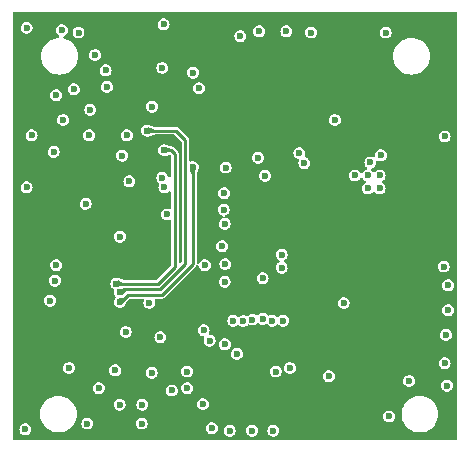
<source format=gbr>
%TF.GenerationSoftware,KiCad,Pcbnew,7.0.8*%
%TF.CreationDate,2023-11-14T14:25:30+07:00*%
%TF.ProjectId,Pixracer_clone,50697872-6163-4657-925f-636c6f6e652e,rev?*%
%TF.SameCoordinates,Original*%
%TF.FileFunction,Copper,L3,Inr*%
%TF.FilePolarity,Positive*%
%FSLAX46Y46*%
G04 Gerber Fmt 4.6, Leading zero omitted, Abs format (unit mm)*
G04 Created by KiCad (PCBNEW 7.0.8) date 2023-11-14 14:25:30*
%MOMM*%
%LPD*%
G01*
G04 APERTURE LIST*
%TA.AperFunction,ViaPad*%
%ADD10C,0.600000*%
%TD*%
%TA.AperFunction,Conductor*%
%ADD11C,0.250000*%
%TD*%
G04 APERTURE END LIST*
D10*
%TO.N,GND*%
X132500000Y-93800000D03*
X131200000Y-94900000D03*
X133300000Y-96000000D03*
X133300000Y-94900000D03*
X132300000Y-96000000D03*
X132300000Y-94900000D03*
X115700000Y-113100000D03*
X120600000Y-116500000D03*
X122500000Y-116500000D03*
X124300000Y-116500000D03*
X118500000Y-102500000D03*
X113200000Y-114300000D03*
X105900000Y-102500000D03*
X123000000Y-93400000D03*
X123400000Y-103600000D03*
X125000000Y-102700000D03*
X117000000Y-111500000D03*
X117000000Y-112900000D03*
X108400000Y-97300000D03*
X105700000Y-92900000D03*
X108700000Y-91500000D03*
X120254089Y-94229089D03*
X135800000Y-112300000D03*
X110900000Y-111400000D03*
X125000000Y-101600000D03*
X111900000Y-91500000D03*
X109525000Y-112900000D03*
X129000000Y-111900000D03*
X111275000Y-114300000D03*
X114900000Y-85800000D03*
X130250000Y-105700000D03*
X133400000Y-93200000D03*
X105800000Y-103800000D03*
X123100000Y-82700000D03*
X112100000Y-95400000D03*
X103300000Y-116400000D03*
X107000000Y-111200000D03*
X103400000Y-82400000D03*
X134100000Y-115300000D03*
X114720000Y-108595000D03*
X121500000Y-83100000D03*
X108550000Y-115900000D03*
X103824500Y-91500000D03*
X105400000Y-105500000D03*
X119100000Y-116300000D03*
X111300000Y-100075000D03*
X111500000Y-93225000D03*
X109200000Y-84700000D03*
X125700000Y-111200000D03*
X106400000Y-82600000D03*
X105900000Y-88100000D03*
X129500000Y-90200000D03*
X124500000Y-111500000D03*
X114038453Y-89068840D03*
X107400000Y-87600000D03*
X106500000Y-90200000D03*
X113150000Y-115900000D03*
X121200000Y-110000000D03*
X111800000Y-108150000D03*
X107800000Y-82800000D03*
%TO.N,VCC*%
X111500000Y-94275000D03*
X129000000Y-110700000D03*
X111300000Y-98525000D03*
X121711180Y-98886180D03*
X121900000Y-94200000D03*
X124000000Y-110700000D03*
X138600000Y-82500000D03*
X111800000Y-109700000D03*
X128747363Y-105894500D03*
X125900000Y-114800000D03*
X135800000Y-89975000D03*
X133000000Y-113900000D03*
X116300000Y-108700000D03*
X121825000Y-102400000D03*
X106200000Y-106100000D03*
X102685658Y-108050500D03*
X129500000Y-88925000D03*
X121735000Y-97800000D03*
X108800000Y-87700000D03*
X135800000Y-92200000D03*
X131900000Y-110700000D03*
%TO.N,NRST*%
X115300000Y-98200000D03*
%TO.N,BOOT0*%
X108800000Y-89325000D03*
%TO.N,USB_D+*%
X126922649Y-93856622D03*
%TO.N,TIM1_CH3*%
X139100000Y-104200000D03*
X124200000Y-107200000D03*
%TO.N,TIM1_CH2*%
X123416023Y-107043204D03*
X139100000Y-106300000D03*
%TO.N,TIM1_CH1*%
X138900000Y-108400000D03*
X122525130Y-107096013D03*
%TO.N,I2C_SCl*%
X127500000Y-82800000D03*
X118000000Y-87500000D03*
%TO.N,I2C_SDA*%
X125400000Y-82700500D03*
X117500000Y-86200000D03*
%TO.N,LED2*%
X110100000Y-86000000D03*
X114900000Y-95100000D03*
%TO.N,LED3*%
X110200000Y-87400000D03*
X115075500Y-95900000D03*
%TO.N,SDIO0*%
X120224500Y-102400000D03*
%TO.N,SDIO1*%
X120175000Y-103900000D03*
%TO.N,SDIO_CLK*%
X119966219Y-100891219D03*
X123600000Y-94927463D03*
%TO.N,SDIO_CMD*%
X120175000Y-99000000D03*
%TO.N,SDIO3*%
X120085000Y-97800000D03*
%TO.N,SDIO2*%
X120124500Y-96400000D03*
%TO.N,USB_D-*%
X126500000Y-93000000D03*
%TO.N,TIM1_CH4*%
X125137750Y-107193472D03*
X138718809Y-102608191D03*
%TO.N,UART7_TX*%
X138800000Y-110800000D03*
X121735505Y-107221303D03*
%TO.N,UART7_RX*%
X120900000Y-107200000D03*
X139000000Y-112700000D03*
%TO.N,IMU_MOSI*%
X118335000Y-114250000D03*
X118400000Y-108000000D03*
%TO.N,IMU_MISO*%
X120191089Y-109200000D03*
X118900000Y-108900000D03*
%TO.N,BATT_CURRENT_SENSE*%
X113800000Y-105700000D03*
%TO.N,5V_IN*%
X103400000Y-95900000D03*
X138800000Y-91600000D03*
X133800000Y-82800000D03*
X115000000Y-82100000D03*
%TO.N,MOSI_OSD*%
X111300000Y-105600000D03*
X117474500Y-94200000D03*
%TO.N,SCLK_OSD*%
X113600000Y-91100000D03*
X111314902Y-104784875D03*
%TO.N,BATT_VOLT*%
X114000000Y-111600000D03*
%TO.N,MISO_OSD*%
X111000000Y-104050000D03*
X115053379Y-92746621D03*
%TD*%
D11*
%TO.N,MOSI_OSD*%
X114863604Y-105000000D02*
X117474500Y-102389104D01*
X111983661Y-105000000D02*
X114863604Y-105000000D01*
X111383661Y-105600000D02*
X111983661Y-105000000D01*
X111300000Y-105600000D02*
X111383661Y-105600000D01*
X117474500Y-102389104D02*
X117474500Y-94200000D01*
%TO.N,SCLK_OSD*%
X111314902Y-104784875D02*
X111468759Y-104784875D01*
X116036396Y-91100000D02*
X113600000Y-91100000D01*
X114677208Y-104550000D02*
X116850000Y-102377208D01*
X111468759Y-104784875D02*
X111703634Y-104550000D01*
X111703634Y-104550000D02*
X114677208Y-104550000D01*
X116850000Y-91913604D02*
X116036396Y-91100000D01*
X116850000Y-102377208D02*
X116850000Y-91913604D01*
%TO.N,MISO_OSD*%
X115950000Y-93086396D02*
X115950000Y-102640812D01*
X115610225Y-92746621D02*
X115950000Y-93086396D01*
X115950000Y-102640812D02*
X114490812Y-104100000D01*
X114490812Y-104100000D02*
X111050000Y-104100000D01*
X111050000Y-104100000D02*
X111000000Y-104050000D01*
X115053379Y-92746621D02*
X115610225Y-92746621D01*
%TD*%
%TA.AperFunction,Conductor*%
%TO.N,VCC*%
G36*
X139817539Y-81045185D02*
G01*
X139863294Y-81097989D01*
X139874500Y-81149500D01*
X139874500Y-117150500D01*
X139854815Y-117217539D01*
X139802011Y-117263294D01*
X139750500Y-117274500D01*
X102349500Y-117274500D01*
X102282461Y-117254815D01*
X102236706Y-117202011D01*
X102225500Y-117150500D01*
X102225500Y-116400000D01*
X102794353Y-116400000D01*
X102814834Y-116542456D01*
X102874622Y-116673371D01*
X102874623Y-116673373D01*
X102968872Y-116782143D01*
X103089947Y-116859953D01*
X103089950Y-116859954D01*
X103089949Y-116859954D01*
X103228036Y-116900499D01*
X103228038Y-116900500D01*
X103228039Y-116900500D01*
X103371962Y-116900500D01*
X103371962Y-116900499D01*
X103510053Y-116859953D01*
X103631128Y-116782143D01*
X103725377Y-116673373D01*
X103785165Y-116542457D01*
X103805647Y-116400000D01*
X103785165Y-116257543D01*
X103725377Y-116126627D01*
X103631128Y-116017857D01*
X103510053Y-115940047D01*
X103510051Y-115940046D01*
X103510049Y-115940045D01*
X103510050Y-115940045D01*
X103371963Y-115899500D01*
X103371961Y-115899500D01*
X103228039Y-115899500D01*
X103228036Y-115899500D01*
X103089949Y-115940045D01*
X102968873Y-116017856D01*
X102874623Y-116126626D01*
X102874622Y-116126628D01*
X102814834Y-116257543D01*
X102794353Y-116400000D01*
X102225500Y-116400000D01*
X102225500Y-115100000D01*
X104546556Y-115100000D01*
X104565680Y-115343006D01*
X104622588Y-115580045D01*
X104715868Y-115805245D01*
X104715870Y-115805248D01*
X104843233Y-116013085D01*
X104843239Y-116013094D01*
X105001546Y-116198448D01*
X105001551Y-116198453D01*
X105183424Y-116353787D01*
X105186909Y-116356763D01*
X105186914Y-116356766D01*
X105394751Y-116484129D01*
X105394754Y-116484131D01*
X105619954Y-116577411D01*
X105619959Y-116577413D01*
X105856988Y-116634319D01*
X106100000Y-116653444D01*
X106343012Y-116634319D01*
X106580041Y-116577413D01*
X106766933Y-116500000D01*
X106805245Y-116484131D01*
X106805246Y-116484130D01*
X106805249Y-116484129D01*
X107013091Y-116356763D01*
X107198451Y-116198451D01*
X107356763Y-116013091D01*
X107426065Y-115900000D01*
X108044353Y-115900000D01*
X108064834Y-116042456D01*
X108124622Y-116173371D01*
X108124623Y-116173373D01*
X108218872Y-116282143D01*
X108339947Y-116359953D01*
X108339950Y-116359954D01*
X108339949Y-116359954D01*
X108447107Y-116391417D01*
X108476336Y-116400000D01*
X108478036Y-116400499D01*
X108478038Y-116400500D01*
X108478039Y-116400500D01*
X108621962Y-116400500D01*
X108621962Y-116400499D01*
X108760053Y-116359953D01*
X108881128Y-116282143D01*
X108975377Y-116173373D01*
X109035165Y-116042457D01*
X109055647Y-115900000D01*
X112644353Y-115900000D01*
X112664834Y-116042456D01*
X112724622Y-116173371D01*
X112724623Y-116173373D01*
X112818872Y-116282143D01*
X112939947Y-116359953D01*
X112939950Y-116359954D01*
X112939949Y-116359954D01*
X113047107Y-116391417D01*
X113076336Y-116400000D01*
X113078036Y-116400499D01*
X113078038Y-116400500D01*
X113078039Y-116400500D01*
X113221962Y-116400500D01*
X113221962Y-116400499D01*
X113360053Y-116359953D01*
X113453342Y-116300000D01*
X118594353Y-116300000D01*
X118614834Y-116442456D01*
X118660504Y-116542457D01*
X118674623Y-116573373D01*
X118768872Y-116682143D01*
X118889947Y-116759953D01*
X118889950Y-116759954D01*
X118889949Y-116759954D01*
X119028036Y-116800499D01*
X119028038Y-116800500D01*
X119028039Y-116800500D01*
X119171962Y-116800500D01*
X119171962Y-116800499D01*
X119310053Y-116759953D01*
X119431128Y-116682143D01*
X119525377Y-116573373D01*
X119558886Y-116500000D01*
X120094353Y-116500000D01*
X120114834Y-116642456D01*
X120128953Y-116673371D01*
X120174623Y-116773373D01*
X120268872Y-116882143D01*
X120389947Y-116959953D01*
X120389950Y-116959954D01*
X120389949Y-116959954D01*
X120528036Y-117000499D01*
X120528038Y-117000500D01*
X120528039Y-117000500D01*
X120671962Y-117000500D01*
X120671962Y-117000499D01*
X120810053Y-116959953D01*
X120931128Y-116882143D01*
X121025377Y-116773373D01*
X121085165Y-116642457D01*
X121105647Y-116500000D01*
X121994353Y-116500000D01*
X122014834Y-116642456D01*
X122028953Y-116673371D01*
X122074623Y-116773373D01*
X122168872Y-116882143D01*
X122289947Y-116959953D01*
X122289950Y-116959954D01*
X122289949Y-116959954D01*
X122428036Y-117000499D01*
X122428038Y-117000500D01*
X122428039Y-117000500D01*
X122571962Y-117000500D01*
X122571962Y-117000499D01*
X122710053Y-116959953D01*
X122831128Y-116882143D01*
X122925377Y-116773373D01*
X122985165Y-116642457D01*
X123005647Y-116500000D01*
X123794353Y-116500000D01*
X123814834Y-116642456D01*
X123828953Y-116673371D01*
X123874623Y-116773373D01*
X123968872Y-116882143D01*
X124089947Y-116959953D01*
X124089950Y-116959954D01*
X124089949Y-116959954D01*
X124228036Y-117000499D01*
X124228038Y-117000500D01*
X124228039Y-117000500D01*
X124371962Y-117000500D01*
X124371962Y-117000499D01*
X124510053Y-116959953D01*
X124631128Y-116882143D01*
X124725377Y-116773373D01*
X124785165Y-116642457D01*
X124805647Y-116500000D01*
X124785165Y-116357543D01*
X124725377Y-116226627D01*
X124631128Y-116117857D01*
X124510053Y-116040047D01*
X124510051Y-116040046D01*
X124510049Y-116040045D01*
X124510050Y-116040045D01*
X124371963Y-115999500D01*
X124371961Y-115999500D01*
X124228039Y-115999500D01*
X124228036Y-115999500D01*
X124089949Y-116040045D01*
X123968873Y-116117856D01*
X123874623Y-116226626D01*
X123874622Y-116226628D01*
X123814834Y-116357543D01*
X123794353Y-116500000D01*
X123005647Y-116500000D01*
X122985165Y-116357543D01*
X122925377Y-116226627D01*
X122831128Y-116117857D01*
X122710053Y-116040047D01*
X122710051Y-116040046D01*
X122710049Y-116040045D01*
X122710050Y-116040045D01*
X122571963Y-115999500D01*
X122571961Y-115999500D01*
X122428039Y-115999500D01*
X122428036Y-115999500D01*
X122289949Y-116040045D01*
X122168873Y-116117856D01*
X122074623Y-116226626D01*
X122074622Y-116226628D01*
X122014834Y-116357543D01*
X121994353Y-116500000D01*
X121105647Y-116500000D01*
X121085165Y-116357543D01*
X121025377Y-116226627D01*
X120931128Y-116117857D01*
X120810053Y-116040047D01*
X120810051Y-116040046D01*
X120810049Y-116040045D01*
X120810050Y-116040045D01*
X120671963Y-115999500D01*
X120671961Y-115999500D01*
X120528039Y-115999500D01*
X120528036Y-115999500D01*
X120389949Y-116040045D01*
X120268873Y-116117856D01*
X120174623Y-116226626D01*
X120174622Y-116226628D01*
X120114834Y-116357543D01*
X120094353Y-116500000D01*
X119558886Y-116500000D01*
X119585165Y-116442457D01*
X119605647Y-116300000D01*
X119585165Y-116157543D01*
X119525377Y-116026627D01*
X119431128Y-115917857D01*
X119310053Y-115840047D01*
X119310051Y-115840046D01*
X119310049Y-115840045D01*
X119310050Y-115840045D01*
X119171963Y-115799500D01*
X119171961Y-115799500D01*
X119028039Y-115799500D01*
X119028036Y-115799500D01*
X118889949Y-115840045D01*
X118768873Y-115917856D01*
X118674623Y-116026626D01*
X118674622Y-116026628D01*
X118614834Y-116157543D01*
X118594353Y-116300000D01*
X113453342Y-116300000D01*
X113481128Y-116282143D01*
X113575377Y-116173373D01*
X113635165Y-116042457D01*
X113655647Y-115900000D01*
X113635165Y-115757543D01*
X113575377Y-115626627D01*
X113481128Y-115517857D01*
X113360053Y-115440047D01*
X113360051Y-115440046D01*
X113360049Y-115440045D01*
X113360050Y-115440045D01*
X113221963Y-115399500D01*
X113221961Y-115399500D01*
X113078039Y-115399500D01*
X113078036Y-115399500D01*
X112939949Y-115440045D01*
X112818873Y-115517856D01*
X112724623Y-115626626D01*
X112724622Y-115626628D01*
X112664834Y-115757543D01*
X112644353Y-115900000D01*
X109055647Y-115900000D01*
X109035165Y-115757543D01*
X108975377Y-115626627D01*
X108881128Y-115517857D01*
X108760053Y-115440047D01*
X108760051Y-115440046D01*
X108760049Y-115440045D01*
X108760050Y-115440045D01*
X108621963Y-115399500D01*
X108621961Y-115399500D01*
X108478039Y-115399500D01*
X108478036Y-115399500D01*
X108339949Y-115440045D01*
X108218873Y-115517856D01*
X108124623Y-115626626D01*
X108124622Y-115626628D01*
X108064834Y-115757543D01*
X108044353Y-115900000D01*
X107426065Y-115900000D01*
X107484129Y-115805249D01*
X107486511Y-115799500D01*
X107577411Y-115580045D01*
X107577413Y-115580041D01*
X107634319Y-115343012D01*
X107637704Y-115300000D01*
X133594353Y-115300000D01*
X133614834Y-115442456D01*
X133649269Y-115517856D01*
X133674623Y-115573373D01*
X133768872Y-115682143D01*
X133889947Y-115759953D01*
X133889950Y-115759954D01*
X133889949Y-115759954D01*
X133997107Y-115791417D01*
X134024633Y-115799500D01*
X134028036Y-115800499D01*
X134028038Y-115800500D01*
X134028039Y-115800500D01*
X134171962Y-115800500D01*
X134171962Y-115800499D01*
X134310053Y-115759953D01*
X134431128Y-115682143D01*
X134525377Y-115573373D01*
X134585165Y-115442457D01*
X134605647Y-115300000D01*
X134585165Y-115157543D01*
X134558886Y-115100000D01*
X135146556Y-115100000D01*
X135165680Y-115343006D01*
X135222588Y-115580045D01*
X135315868Y-115805245D01*
X135315870Y-115805248D01*
X135443233Y-116013085D01*
X135443239Y-116013094D01*
X135601546Y-116198448D01*
X135601551Y-116198453D01*
X135783424Y-116353787D01*
X135786909Y-116356763D01*
X135786914Y-116356766D01*
X135994751Y-116484129D01*
X135994754Y-116484131D01*
X136219954Y-116577411D01*
X136219959Y-116577413D01*
X136456988Y-116634319D01*
X136700000Y-116653444D01*
X136943012Y-116634319D01*
X137180041Y-116577413D01*
X137366933Y-116500000D01*
X137405245Y-116484131D01*
X137405246Y-116484130D01*
X137405249Y-116484129D01*
X137613091Y-116356763D01*
X137798451Y-116198451D01*
X137956763Y-116013091D01*
X138084129Y-115805249D01*
X138086511Y-115799500D01*
X138177411Y-115580045D01*
X138177413Y-115580041D01*
X138234319Y-115343012D01*
X138253444Y-115100000D01*
X138234319Y-114856988D01*
X138177413Y-114619959D01*
X138177411Y-114619954D01*
X138084131Y-114394754D01*
X138084129Y-114394751D01*
X137956766Y-114186914D01*
X137956760Y-114186905D01*
X137798453Y-114001551D01*
X137798448Y-114001546D01*
X137613094Y-113843239D01*
X137613085Y-113843233D01*
X137405248Y-113715870D01*
X137405245Y-113715868D01*
X137180045Y-113622588D01*
X137180041Y-113622587D01*
X136943012Y-113565681D01*
X136943009Y-113565680D01*
X136943006Y-113565680D01*
X136700000Y-113546556D01*
X136456993Y-113565680D01*
X136456989Y-113565680D01*
X136456988Y-113565681D01*
X136338473Y-113594134D01*
X136219954Y-113622588D01*
X135994754Y-113715868D01*
X135994751Y-113715870D01*
X135786914Y-113843233D01*
X135786905Y-113843239D01*
X135601551Y-114001546D01*
X135601546Y-114001551D01*
X135443239Y-114186905D01*
X135443233Y-114186914D01*
X135315870Y-114394751D01*
X135315868Y-114394754D01*
X135222588Y-114619954D01*
X135165680Y-114856993D01*
X135146556Y-115100000D01*
X134558886Y-115100000D01*
X134525377Y-115026627D01*
X134431128Y-114917857D01*
X134310053Y-114840047D01*
X134310051Y-114840046D01*
X134310049Y-114840045D01*
X134310050Y-114840045D01*
X134171963Y-114799500D01*
X134171961Y-114799500D01*
X134028039Y-114799500D01*
X134028036Y-114799500D01*
X133889949Y-114840045D01*
X133768873Y-114917856D01*
X133674623Y-115026626D01*
X133674622Y-115026628D01*
X133614834Y-115157543D01*
X133594353Y-115300000D01*
X107637704Y-115300000D01*
X107653444Y-115100000D01*
X107634319Y-114856988D01*
X107577413Y-114619959D01*
X107577411Y-114619954D01*
X107484131Y-114394754D01*
X107484129Y-114394751D01*
X107426065Y-114300000D01*
X110769353Y-114300000D01*
X110789834Y-114442456D01*
X110849622Y-114573371D01*
X110849623Y-114573373D01*
X110943872Y-114682143D01*
X111064947Y-114759953D01*
X111064950Y-114759954D01*
X111064949Y-114759954D01*
X111172107Y-114791417D01*
X111199633Y-114799500D01*
X111203036Y-114800499D01*
X111203038Y-114800500D01*
X111203039Y-114800500D01*
X111346962Y-114800500D01*
X111346962Y-114800499D01*
X111485053Y-114759953D01*
X111606128Y-114682143D01*
X111700377Y-114573373D01*
X111760165Y-114442457D01*
X111780647Y-114300000D01*
X112694353Y-114300000D01*
X112714834Y-114442456D01*
X112774622Y-114573371D01*
X112774623Y-114573373D01*
X112868872Y-114682143D01*
X112989947Y-114759953D01*
X112989950Y-114759954D01*
X112989949Y-114759954D01*
X113097107Y-114791417D01*
X113124633Y-114799500D01*
X113128036Y-114800499D01*
X113128038Y-114800500D01*
X113128039Y-114800500D01*
X113271962Y-114800500D01*
X113271962Y-114800499D01*
X113410053Y-114759953D01*
X113531128Y-114682143D01*
X113625377Y-114573373D01*
X113685165Y-114442457D01*
X113705647Y-114300000D01*
X113698458Y-114250000D01*
X117829353Y-114250000D01*
X117849834Y-114392456D01*
X117872669Y-114442456D01*
X117909623Y-114523373D01*
X118003872Y-114632143D01*
X118124947Y-114709953D01*
X118124950Y-114709954D01*
X118124949Y-114709954D01*
X118263036Y-114750499D01*
X118263038Y-114750500D01*
X118263039Y-114750500D01*
X118406962Y-114750500D01*
X118406962Y-114750499D01*
X118545053Y-114709953D01*
X118666128Y-114632143D01*
X118760377Y-114523373D01*
X118820165Y-114392457D01*
X118840647Y-114250000D01*
X118820165Y-114107543D01*
X118760377Y-113976627D01*
X118666128Y-113867857D01*
X118545053Y-113790047D01*
X118545051Y-113790046D01*
X118545049Y-113790045D01*
X118545050Y-113790045D01*
X118406963Y-113749500D01*
X118406961Y-113749500D01*
X118263039Y-113749500D01*
X118263036Y-113749500D01*
X118124949Y-113790045D01*
X118003873Y-113867856D01*
X117909623Y-113976626D01*
X117909622Y-113976628D01*
X117849834Y-114107543D01*
X117829353Y-114250000D01*
X113698458Y-114250000D01*
X113685165Y-114157543D01*
X113625377Y-114026627D01*
X113531128Y-113917857D01*
X113410053Y-113840047D01*
X113410051Y-113840046D01*
X113410049Y-113840045D01*
X113410050Y-113840045D01*
X113271963Y-113799500D01*
X113271961Y-113799500D01*
X113128039Y-113799500D01*
X113128036Y-113799500D01*
X112989949Y-113840045D01*
X112868873Y-113917856D01*
X112774623Y-114026626D01*
X112774622Y-114026628D01*
X112714834Y-114157543D01*
X112694353Y-114300000D01*
X111780647Y-114300000D01*
X111760165Y-114157543D01*
X111700377Y-114026627D01*
X111606128Y-113917857D01*
X111485053Y-113840047D01*
X111485051Y-113840046D01*
X111485049Y-113840045D01*
X111485050Y-113840045D01*
X111346963Y-113799500D01*
X111346961Y-113799500D01*
X111203039Y-113799500D01*
X111203036Y-113799500D01*
X111064949Y-113840045D01*
X110943873Y-113917856D01*
X110849623Y-114026626D01*
X110849622Y-114026628D01*
X110789834Y-114157543D01*
X110769353Y-114300000D01*
X107426065Y-114300000D01*
X107356766Y-114186914D01*
X107356760Y-114186905D01*
X107198453Y-114001551D01*
X107198448Y-114001546D01*
X107013094Y-113843239D01*
X107013085Y-113843233D01*
X106805248Y-113715870D01*
X106805245Y-113715868D01*
X106580045Y-113622588D01*
X106580041Y-113622587D01*
X106343012Y-113565681D01*
X106343009Y-113565680D01*
X106343006Y-113565680D01*
X106100000Y-113546556D01*
X105856993Y-113565680D01*
X105856989Y-113565680D01*
X105856988Y-113565681D01*
X105738473Y-113594134D01*
X105619954Y-113622588D01*
X105394754Y-113715868D01*
X105394751Y-113715870D01*
X105186914Y-113843233D01*
X105186905Y-113843239D01*
X105001551Y-114001546D01*
X105001546Y-114001551D01*
X104843239Y-114186905D01*
X104843233Y-114186914D01*
X104715870Y-114394751D01*
X104715868Y-114394754D01*
X104622588Y-114619954D01*
X104565680Y-114856993D01*
X104546556Y-115100000D01*
X102225500Y-115100000D01*
X102225500Y-112900000D01*
X109019353Y-112900000D01*
X109039834Y-113042456D01*
X109057959Y-113082143D01*
X109099623Y-113173373D01*
X109193872Y-113282143D01*
X109314947Y-113359953D01*
X109314950Y-113359954D01*
X109314949Y-113359954D01*
X109453036Y-113400499D01*
X109453038Y-113400500D01*
X109453039Y-113400500D01*
X109596962Y-113400500D01*
X109596962Y-113400499D01*
X109735053Y-113359953D01*
X109856128Y-113282143D01*
X109950377Y-113173373D01*
X109983886Y-113100000D01*
X115194353Y-113100000D01*
X115214834Y-113242456D01*
X115232959Y-113282143D01*
X115274623Y-113373373D01*
X115368872Y-113482143D01*
X115489947Y-113559953D01*
X115489950Y-113559954D01*
X115489949Y-113559954D01*
X115628036Y-113600499D01*
X115628038Y-113600500D01*
X115628039Y-113600500D01*
X115771962Y-113600500D01*
X115771962Y-113600499D01*
X115890545Y-113565681D01*
X115910050Y-113559954D01*
X115910050Y-113559953D01*
X115910053Y-113559953D01*
X116031128Y-113482143D01*
X116125377Y-113373373D01*
X116185165Y-113242457D01*
X116205647Y-113100000D01*
X116185165Y-112957543D01*
X116158886Y-112900000D01*
X116494353Y-112900000D01*
X116514834Y-113042456D01*
X116532959Y-113082143D01*
X116574623Y-113173373D01*
X116668872Y-113282143D01*
X116789947Y-113359953D01*
X116789950Y-113359954D01*
X116789949Y-113359954D01*
X116928036Y-113400499D01*
X116928038Y-113400500D01*
X116928039Y-113400500D01*
X117071962Y-113400500D01*
X117071962Y-113400499D01*
X117210053Y-113359953D01*
X117331128Y-113282143D01*
X117425377Y-113173373D01*
X117485165Y-113042457D01*
X117505647Y-112900000D01*
X117485165Y-112757543D01*
X117425377Y-112626627D01*
X117331128Y-112517857D01*
X117210053Y-112440047D01*
X117210051Y-112440046D01*
X117210049Y-112440045D01*
X117210050Y-112440045D01*
X117071963Y-112399500D01*
X117071961Y-112399500D01*
X116928039Y-112399500D01*
X116928036Y-112399500D01*
X116789949Y-112440045D01*
X116668873Y-112517856D01*
X116574623Y-112626626D01*
X116574622Y-112626628D01*
X116514834Y-112757543D01*
X116494353Y-112900000D01*
X116158886Y-112900000D01*
X116125377Y-112826627D01*
X116031128Y-112717857D01*
X115910053Y-112640047D01*
X115910051Y-112640046D01*
X115910049Y-112640045D01*
X115910050Y-112640045D01*
X115771963Y-112599500D01*
X115771961Y-112599500D01*
X115628039Y-112599500D01*
X115628036Y-112599500D01*
X115489949Y-112640045D01*
X115368873Y-112717856D01*
X115274623Y-112826626D01*
X115274622Y-112826628D01*
X115214834Y-112957543D01*
X115194353Y-113100000D01*
X109983886Y-113100000D01*
X110010165Y-113042457D01*
X110030647Y-112900000D01*
X110010165Y-112757543D01*
X109950377Y-112626627D01*
X109856128Y-112517857D01*
X109735053Y-112440047D01*
X109735051Y-112440046D01*
X109735049Y-112440045D01*
X109735050Y-112440045D01*
X109596963Y-112399500D01*
X109596961Y-112399500D01*
X109453039Y-112399500D01*
X109453036Y-112399500D01*
X109314949Y-112440045D01*
X109193873Y-112517856D01*
X109099623Y-112626626D01*
X109099622Y-112626628D01*
X109039834Y-112757543D01*
X109019353Y-112900000D01*
X102225500Y-112900000D01*
X102225500Y-111200000D01*
X106494353Y-111200000D01*
X106514834Y-111342456D01*
X106574621Y-111473369D01*
X106574623Y-111473373D01*
X106668872Y-111582143D01*
X106789947Y-111659953D01*
X106789950Y-111659954D01*
X106789949Y-111659954D01*
X106928036Y-111700499D01*
X106928038Y-111700500D01*
X106928039Y-111700500D01*
X107071962Y-111700500D01*
X107071962Y-111700499D01*
X107210053Y-111659953D01*
X107331128Y-111582143D01*
X107425377Y-111473373D01*
X107458886Y-111400000D01*
X110394353Y-111400000D01*
X110414834Y-111542456D01*
X110460504Y-111642457D01*
X110474623Y-111673373D01*
X110568872Y-111782143D01*
X110689947Y-111859953D01*
X110689950Y-111859954D01*
X110689949Y-111859954D01*
X110765520Y-111882143D01*
X110826336Y-111900000D01*
X110828036Y-111900499D01*
X110828038Y-111900500D01*
X110828039Y-111900500D01*
X110971962Y-111900500D01*
X110971962Y-111900499D01*
X111110053Y-111859953D01*
X111231128Y-111782143D01*
X111325377Y-111673373D01*
X111358886Y-111600000D01*
X113494353Y-111600000D01*
X113514834Y-111742456D01*
X113528953Y-111773371D01*
X113574623Y-111873373D01*
X113668872Y-111982143D01*
X113789947Y-112059953D01*
X113789950Y-112059954D01*
X113789949Y-112059954D01*
X113928036Y-112100499D01*
X113928038Y-112100500D01*
X113928039Y-112100500D01*
X114071962Y-112100500D01*
X114071962Y-112100499D01*
X114210053Y-112059953D01*
X114331128Y-111982143D01*
X114425377Y-111873373D01*
X114485165Y-111742457D01*
X114505647Y-111600000D01*
X114491269Y-111500000D01*
X116494353Y-111500000D01*
X116514834Y-111642456D01*
X116574622Y-111773371D01*
X116574623Y-111773373D01*
X116668872Y-111882143D01*
X116789947Y-111959953D01*
X116789950Y-111959954D01*
X116789949Y-111959954D01*
X116928036Y-112000499D01*
X116928038Y-112000500D01*
X116928039Y-112000500D01*
X117071962Y-112000500D01*
X117071962Y-112000499D01*
X117210053Y-111959953D01*
X117331128Y-111882143D01*
X117425377Y-111773373D01*
X117485165Y-111642457D01*
X117505647Y-111500000D01*
X123994353Y-111500000D01*
X124014834Y-111642456D01*
X124074622Y-111773371D01*
X124074623Y-111773373D01*
X124168872Y-111882143D01*
X124289947Y-111959953D01*
X124289950Y-111959954D01*
X124289949Y-111959954D01*
X124428036Y-112000499D01*
X124428038Y-112000500D01*
X124428039Y-112000500D01*
X124571962Y-112000500D01*
X124571962Y-112000499D01*
X124710053Y-111959953D01*
X124803342Y-111900000D01*
X128494353Y-111900000D01*
X128514834Y-112042456D01*
X128574622Y-112173371D01*
X128574623Y-112173373D01*
X128668872Y-112282143D01*
X128789947Y-112359953D01*
X128789950Y-112359954D01*
X128789949Y-112359954D01*
X128897107Y-112391417D01*
X128924633Y-112399500D01*
X128928036Y-112400499D01*
X128928038Y-112400500D01*
X128928039Y-112400500D01*
X129071962Y-112400500D01*
X129071962Y-112400499D01*
X129210053Y-112359953D01*
X129303342Y-112300000D01*
X135294353Y-112300000D01*
X135314834Y-112442456D01*
X135374622Y-112573371D01*
X135374623Y-112573373D01*
X135468872Y-112682143D01*
X135589947Y-112759953D01*
X135589950Y-112759954D01*
X135589949Y-112759954D01*
X135728036Y-112800499D01*
X135728038Y-112800500D01*
X135728039Y-112800500D01*
X135871962Y-112800500D01*
X135871962Y-112800499D01*
X136010053Y-112759953D01*
X136103342Y-112700000D01*
X138494353Y-112700000D01*
X138514834Y-112842456D01*
X138574622Y-112973371D01*
X138574623Y-112973373D01*
X138668872Y-113082143D01*
X138789947Y-113159953D01*
X138789950Y-113159954D01*
X138789949Y-113159954D01*
X138928036Y-113200499D01*
X138928038Y-113200500D01*
X138928039Y-113200500D01*
X139071962Y-113200500D01*
X139071962Y-113200499D01*
X139210053Y-113159953D01*
X139331128Y-113082143D01*
X139425377Y-112973373D01*
X139485165Y-112842457D01*
X139505647Y-112700000D01*
X139485165Y-112557543D01*
X139425377Y-112426627D01*
X139331128Y-112317857D01*
X139210053Y-112240047D01*
X139210051Y-112240046D01*
X139210049Y-112240045D01*
X139210050Y-112240045D01*
X139071963Y-112199500D01*
X139071961Y-112199500D01*
X138928039Y-112199500D01*
X138928036Y-112199500D01*
X138789949Y-112240045D01*
X138668873Y-112317856D01*
X138574623Y-112426626D01*
X138574622Y-112426628D01*
X138514834Y-112557543D01*
X138494353Y-112700000D01*
X136103342Y-112700000D01*
X136131128Y-112682143D01*
X136225377Y-112573373D01*
X136285165Y-112442457D01*
X136305647Y-112300000D01*
X136285165Y-112157543D01*
X136225377Y-112026627D01*
X136131128Y-111917857D01*
X136010053Y-111840047D01*
X136010051Y-111840046D01*
X136010049Y-111840045D01*
X136010050Y-111840045D01*
X135871963Y-111799500D01*
X135871961Y-111799500D01*
X135728039Y-111799500D01*
X135728036Y-111799500D01*
X135589949Y-111840045D01*
X135468873Y-111917856D01*
X135374623Y-112026626D01*
X135374622Y-112026628D01*
X135314834Y-112157543D01*
X135294353Y-112300000D01*
X129303342Y-112300000D01*
X129331128Y-112282143D01*
X129425377Y-112173373D01*
X129485165Y-112042457D01*
X129505647Y-111900000D01*
X129485165Y-111757543D01*
X129425377Y-111626627D01*
X129331128Y-111517857D01*
X129210053Y-111440047D01*
X129210051Y-111440046D01*
X129210049Y-111440045D01*
X129210050Y-111440045D01*
X129071963Y-111399500D01*
X129071961Y-111399500D01*
X128928039Y-111399500D01*
X128928036Y-111399500D01*
X128789949Y-111440045D01*
X128668873Y-111517856D01*
X128574623Y-111626626D01*
X128574622Y-111626628D01*
X128514834Y-111757543D01*
X128494353Y-111900000D01*
X124803342Y-111900000D01*
X124831128Y-111882143D01*
X124925377Y-111773373D01*
X124985165Y-111642457D01*
X125005647Y-111500000D01*
X124999205Y-111455194D01*
X125009149Y-111386035D01*
X125022837Y-111370237D01*
X125011014Y-111366766D01*
X124978949Y-111329760D01*
X125177161Y-111329760D01*
X125188983Y-111333232D01*
X125234737Y-111386036D01*
X125274620Y-111473369D01*
X125274623Y-111473373D01*
X125368872Y-111582143D01*
X125489947Y-111659953D01*
X125489950Y-111659954D01*
X125489949Y-111659954D01*
X125628036Y-111700499D01*
X125628038Y-111700500D01*
X125628039Y-111700500D01*
X125771962Y-111700500D01*
X125771962Y-111700499D01*
X125910053Y-111659953D01*
X126031128Y-111582143D01*
X126125377Y-111473373D01*
X126185165Y-111342457D01*
X126205647Y-111200000D01*
X126185165Y-111057543D01*
X126125377Y-110926627D01*
X126031128Y-110817857D01*
X126003342Y-110800000D01*
X138294353Y-110800000D01*
X138314834Y-110942456D01*
X138374622Y-111073371D01*
X138374623Y-111073373D01*
X138468872Y-111182143D01*
X138589947Y-111259953D01*
X138589950Y-111259954D01*
X138589949Y-111259954D01*
X138728036Y-111300499D01*
X138728038Y-111300500D01*
X138728039Y-111300500D01*
X138871962Y-111300500D01*
X138871962Y-111300499D01*
X139010053Y-111259953D01*
X139131128Y-111182143D01*
X139225377Y-111073373D01*
X139285165Y-110942457D01*
X139305647Y-110800000D01*
X139285165Y-110657543D01*
X139225377Y-110526627D01*
X139131128Y-110417857D01*
X139010053Y-110340047D01*
X139010051Y-110340046D01*
X139010049Y-110340045D01*
X139010050Y-110340045D01*
X138871963Y-110299500D01*
X138871961Y-110299500D01*
X138728039Y-110299500D01*
X138728036Y-110299500D01*
X138589949Y-110340045D01*
X138468873Y-110417856D01*
X138374623Y-110526626D01*
X138374622Y-110526628D01*
X138314834Y-110657543D01*
X138294353Y-110800000D01*
X126003342Y-110800000D01*
X125910053Y-110740047D01*
X125910051Y-110740046D01*
X125910049Y-110740045D01*
X125910050Y-110740045D01*
X125771963Y-110699500D01*
X125771961Y-110699500D01*
X125628039Y-110699500D01*
X125628036Y-110699500D01*
X125489949Y-110740045D01*
X125368873Y-110817856D01*
X125274623Y-110926626D01*
X125274622Y-110926628D01*
X125214834Y-111057543D01*
X125194353Y-111200000D01*
X125194353Y-111200002D01*
X125200794Y-111244807D01*
X125190849Y-111313966D01*
X125177161Y-111329760D01*
X124978949Y-111329760D01*
X124965264Y-111313966D01*
X124925377Y-111226627D01*
X124831128Y-111117857D01*
X124710053Y-111040047D01*
X124710051Y-111040046D01*
X124710049Y-111040045D01*
X124710050Y-111040045D01*
X124571963Y-110999500D01*
X124571961Y-110999500D01*
X124428039Y-110999500D01*
X124428036Y-110999500D01*
X124289949Y-111040045D01*
X124168873Y-111117856D01*
X124074623Y-111226626D01*
X124074622Y-111226628D01*
X124014834Y-111357543D01*
X123994353Y-111500000D01*
X117505647Y-111500000D01*
X117485165Y-111357543D01*
X117425377Y-111226627D01*
X117331128Y-111117857D01*
X117210053Y-111040047D01*
X117210051Y-111040046D01*
X117210049Y-111040045D01*
X117210050Y-111040045D01*
X117071963Y-110999500D01*
X117071961Y-110999500D01*
X116928039Y-110999500D01*
X116928036Y-110999500D01*
X116789949Y-111040045D01*
X116668873Y-111117856D01*
X116574623Y-111226626D01*
X116574622Y-111226628D01*
X116514834Y-111357543D01*
X116494353Y-111500000D01*
X114491269Y-111500000D01*
X114485165Y-111457543D01*
X114425377Y-111326627D01*
X114331128Y-111217857D01*
X114210053Y-111140047D01*
X114210051Y-111140046D01*
X114210049Y-111140045D01*
X114210050Y-111140045D01*
X114071963Y-111099500D01*
X114071961Y-111099500D01*
X113928039Y-111099500D01*
X113928036Y-111099500D01*
X113789949Y-111140045D01*
X113668873Y-111217856D01*
X113574623Y-111326626D01*
X113574622Y-111326628D01*
X113514834Y-111457543D01*
X113494353Y-111600000D01*
X111358886Y-111600000D01*
X111385165Y-111542457D01*
X111405647Y-111400000D01*
X111385165Y-111257543D01*
X111325377Y-111126627D01*
X111231128Y-111017857D01*
X111110053Y-110940047D01*
X111110051Y-110940046D01*
X111110049Y-110940045D01*
X111110050Y-110940045D01*
X110971963Y-110899500D01*
X110971961Y-110899500D01*
X110828039Y-110899500D01*
X110828036Y-110899500D01*
X110689949Y-110940045D01*
X110568873Y-111017856D01*
X110474623Y-111126626D01*
X110474622Y-111126628D01*
X110414834Y-111257543D01*
X110394353Y-111400000D01*
X107458886Y-111400000D01*
X107485165Y-111342457D01*
X107505647Y-111200000D01*
X107485165Y-111057543D01*
X107425377Y-110926627D01*
X107331128Y-110817857D01*
X107210053Y-110740047D01*
X107210051Y-110740046D01*
X107210049Y-110740045D01*
X107210050Y-110740045D01*
X107071963Y-110699500D01*
X107071961Y-110699500D01*
X106928039Y-110699500D01*
X106928036Y-110699500D01*
X106789949Y-110740045D01*
X106668873Y-110817856D01*
X106574623Y-110926626D01*
X106574622Y-110926628D01*
X106514834Y-111057543D01*
X106494353Y-111200000D01*
X102225500Y-111200000D01*
X102225500Y-110000000D01*
X120694353Y-110000000D01*
X120714834Y-110142456D01*
X120774622Y-110273371D01*
X120774623Y-110273373D01*
X120868872Y-110382143D01*
X120989947Y-110459953D01*
X120989950Y-110459954D01*
X120989949Y-110459954D01*
X121128036Y-110500499D01*
X121128038Y-110500500D01*
X121128039Y-110500500D01*
X121271962Y-110500500D01*
X121271962Y-110500499D01*
X121410053Y-110459953D01*
X121531128Y-110382143D01*
X121625377Y-110273373D01*
X121685165Y-110142457D01*
X121705647Y-110000000D01*
X121685165Y-109857543D01*
X121625377Y-109726627D01*
X121531128Y-109617857D01*
X121410053Y-109540047D01*
X121410051Y-109540046D01*
X121410049Y-109540045D01*
X121410050Y-109540045D01*
X121271963Y-109499500D01*
X121271961Y-109499500D01*
X121128039Y-109499500D01*
X121128036Y-109499500D01*
X120989949Y-109540045D01*
X120868873Y-109617856D01*
X120774623Y-109726626D01*
X120774622Y-109726628D01*
X120714834Y-109857543D01*
X120694353Y-110000000D01*
X102225500Y-110000000D01*
X102225500Y-108150000D01*
X111294353Y-108150000D01*
X111314834Y-108292456D01*
X111363720Y-108399500D01*
X111374623Y-108423373D01*
X111468872Y-108532143D01*
X111589947Y-108609953D01*
X111589950Y-108609954D01*
X111589949Y-108609954D01*
X111728036Y-108650499D01*
X111728038Y-108650500D01*
X111728039Y-108650500D01*
X111871962Y-108650500D01*
X111871962Y-108650499D01*
X112010053Y-108609953D01*
X112033320Y-108595000D01*
X114214353Y-108595000D01*
X114234834Y-108737456D01*
X114271552Y-108817856D01*
X114294623Y-108868373D01*
X114388872Y-108977143D01*
X114509947Y-109054953D01*
X114509950Y-109054954D01*
X114509949Y-109054954D01*
X114648036Y-109095499D01*
X114648038Y-109095500D01*
X114648039Y-109095500D01*
X114791962Y-109095500D01*
X114791962Y-109095499D01*
X114930053Y-109054953D01*
X115051128Y-108977143D01*
X115145377Y-108868373D01*
X115205165Y-108737457D01*
X115225647Y-108595000D01*
X115205165Y-108452543D01*
X115145377Y-108321627D01*
X115051128Y-108212857D01*
X114930053Y-108135047D01*
X114930051Y-108135046D01*
X114930049Y-108135045D01*
X114930050Y-108135045D01*
X114791963Y-108094500D01*
X114791961Y-108094500D01*
X114648039Y-108094500D01*
X114648036Y-108094500D01*
X114509949Y-108135045D01*
X114388873Y-108212856D01*
X114294623Y-108321626D01*
X114294622Y-108321628D01*
X114234834Y-108452543D01*
X114214353Y-108595000D01*
X112033320Y-108595000D01*
X112131128Y-108532143D01*
X112225377Y-108423373D01*
X112285165Y-108292457D01*
X112305647Y-108150000D01*
X112285165Y-108007543D01*
X112281720Y-108000000D01*
X117894353Y-108000000D01*
X117914834Y-108142456D01*
X117967535Y-108257853D01*
X117974623Y-108273373D01*
X118068872Y-108382143D01*
X118189947Y-108459953D01*
X118189950Y-108459954D01*
X118189949Y-108459954D01*
X118328036Y-108500499D01*
X118328038Y-108500500D01*
X118339275Y-108500500D01*
X118406314Y-108520185D01*
X118452069Y-108572989D01*
X118462013Y-108642147D01*
X118452069Y-108676011D01*
X118414835Y-108757541D01*
X118414834Y-108757542D01*
X118394353Y-108900000D01*
X118414834Y-109042456D01*
X118439059Y-109095500D01*
X118474623Y-109173373D01*
X118568872Y-109282143D01*
X118689947Y-109359953D01*
X118689950Y-109359954D01*
X118689949Y-109359954D01*
X118828036Y-109400499D01*
X118828038Y-109400500D01*
X118828039Y-109400500D01*
X118971962Y-109400500D01*
X118971962Y-109400499D01*
X119110053Y-109359953D01*
X119231128Y-109282143D01*
X119302305Y-109200000D01*
X119685442Y-109200000D01*
X119705923Y-109342456D01*
X119765711Y-109473371D01*
X119765712Y-109473373D01*
X119859961Y-109582143D01*
X119981036Y-109659953D01*
X119981039Y-109659954D01*
X119981038Y-109659954D01*
X120119125Y-109700499D01*
X120119127Y-109700500D01*
X120119128Y-109700500D01*
X120263051Y-109700500D01*
X120263051Y-109700499D01*
X120401142Y-109659953D01*
X120522217Y-109582143D01*
X120616466Y-109473373D01*
X120676254Y-109342457D01*
X120696736Y-109200000D01*
X120676254Y-109057543D01*
X120616466Y-108926627D01*
X120522217Y-108817857D01*
X120401142Y-108740047D01*
X120401140Y-108740046D01*
X120401138Y-108740045D01*
X120401139Y-108740045D01*
X120263052Y-108699500D01*
X120263050Y-108699500D01*
X120119128Y-108699500D01*
X120119125Y-108699500D01*
X119981038Y-108740045D01*
X119859962Y-108817856D01*
X119765712Y-108926626D01*
X119765711Y-108926628D01*
X119705923Y-109057543D01*
X119685442Y-109200000D01*
X119302305Y-109200000D01*
X119325377Y-109173373D01*
X119385165Y-109042457D01*
X119405647Y-108900000D01*
X119385165Y-108757543D01*
X119325377Y-108626627D01*
X119231128Y-108517857D01*
X119110053Y-108440047D01*
X119110051Y-108440046D01*
X119110049Y-108440045D01*
X119110050Y-108440045D01*
X118973666Y-108400000D01*
X138394353Y-108400000D01*
X138414834Y-108542456D01*
X138453275Y-108626628D01*
X138474623Y-108673373D01*
X138568872Y-108782143D01*
X138689947Y-108859953D01*
X138689950Y-108859954D01*
X138689949Y-108859954D01*
X138797107Y-108891417D01*
X138826336Y-108900000D01*
X138828036Y-108900499D01*
X138828038Y-108900500D01*
X138828039Y-108900500D01*
X138971962Y-108900500D01*
X138971962Y-108900499D01*
X139110053Y-108859953D01*
X139231128Y-108782143D01*
X139325377Y-108673373D01*
X139385165Y-108542457D01*
X139405647Y-108400000D01*
X139385165Y-108257543D01*
X139325377Y-108126627D01*
X139231128Y-108017857D01*
X139110053Y-107940047D01*
X139110051Y-107940046D01*
X139110049Y-107940045D01*
X139110050Y-107940045D01*
X138971963Y-107899500D01*
X138971961Y-107899500D01*
X138828039Y-107899500D01*
X138828036Y-107899500D01*
X138689949Y-107940045D01*
X138568873Y-108017856D01*
X138474623Y-108126626D01*
X138474622Y-108126628D01*
X138414834Y-108257543D01*
X138394353Y-108400000D01*
X118973666Y-108400000D01*
X118971963Y-108399500D01*
X118971961Y-108399500D01*
X118960725Y-108399500D01*
X118893686Y-108379815D01*
X118847931Y-108327011D01*
X118837987Y-108257853D01*
X118847931Y-108223989D01*
X118881720Y-108150000D01*
X118885165Y-108142457D01*
X118905647Y-108000000D01*
X118885165Y-107857543D01*
X118825377Y-107726627D01*
X118731128Y-107617857D01*
X118610053Y-107540047D01*
X118610051Y-107540046D01*
X118610049Y-107540045D01*
X118610050Y-107540045D01*
X118471963Y-107499500D01*
X118471961Y-107499500D01*
X118328039Y-107499500D01*
X118328036Y-107499500D01*
X118189949Y-107540045D01*
X118068873Y-107617856D01*
X117974623Y-107726626D01*
X117974622Y-107726628D01*
X117914834Y-107857543D01*
X117894353Y-108000000D01*
X112281720Y-108000000D01*
X112225377Y-107876627D01*
X112131128Y-107767857D01*
X112010053Y-107690047D01*
X112010051Y-107690046D01*
X112010049Y-107690045D01*
X112010050Y-107690045D01*
X111871963Y-107649500D01*
X111871961Y-107649500D01*
X111728039Y-107649500D01*
X111728036Y-107649500D01*
X111589949Y-107690045D01*
X111468873Y-107767856D01*
X111374623Y-107876626D01*
X111374622Y-107876628D01*
X111314834Y-108007543D01*
X111294353Y-108150000D01*
X102225500Y-108150000D01*
X102225500Y-107200000D01*
X120394353Y-107200000D01*
X120414834Y-107342456D01*
X120452690Y-107425347D01*
X120474623Y-107473373D01*
X120568872Y-107582143D01*
X120689947Y-107659953D01*
X120689950Y-107659954D01*
X120689949Y-107659954D01*
X120792432Y-107690045D01*
X120805806Y-107693972D01*
X120828036Y-107700499D01*
X120828038Y-107700500D01*
X120828039Y-107700500D01*
X120971962Y-107700500D01*
X120971962Y-107700499D01*
X121110053Y-107659953D01*
X121231128Y-107582143D01*
X121231128Y-107582142D01*
X121238589Y-107577348D01*
X121240361Y-107580105D01*
X121289342Y-107557719D01*
X121358503Y-107567641D01*
X121400738Y-107599246D01*
X121404377Y-107603446D01*
X121525452Y-107681256D01*
X121525455Y-107681257D01*
X121525454Y-107681257D01*
X121663541Y-107721802D01*
X121663543Y-107721803D01*
X121663544Y-107721803D01*
X121807467Y-107721803D01*
X121807467Y-107721802D01*
X121945558Y-107681256D01*
X122066633Y-107603446D01*
X122111561Y-107551595D01*
X122170336Y-107513821D01*
X122240206Y-107513820D01*
X122272311Y-107528482D01*
X122292136Y-107541223D01*
X122315078Y-107555967D01*
X122453166Y-107596512D01*
X122453168Y-107596513D01*
X122453169Y-107596513D01*
X122597092Y-107596513D01*
X122597092Y-107596512D01*
X122735183Y-107555966D01*
X122856258Y-107478156D01*
X122899744Y-107427969D01*
X122958520Y-107390196D01*
X123028390Y-107390196D01*
X123076713Y-107421251D01*
X123078195Y-107419541D01*
X123084891Y-107425342D01*
X123084895Y-107425347D01*
X123205970Y-107503157D01*
X123205973Y-107503158D01*
X123205972Y-107503158D01*
X123290783Y-107528060D01*
X123331600Y-107540045D01*
X123344059Y-107543703D01*
X123344061Y-107543704D01*
X123344062Y-107543704D01*
X123487985Y-107543704D01*
X123487985Y-107543703D01*
X123626076Y-107503157D01*
X123647675Y-107489275D01*
X123714714Y-107469590D01*
X123781754Y-107489274D01*
X123808427Y-107512385D01*
X123868872Y-107582143D01*
X123989947Y-107659953D01*
X123989950Y-107659954D01*
X123989949Y-107659954D01*
X124092432Y-107690045D01*
X124105806Y-107693972D01*
X124128036Y-107700499D01*
X124128038Y-107700500D01*
X124128039Y-107700500D01*
X124271962Y-107700500D01*
X124271962Y-107700499D01*
X124410053Y-107659953D01*
X124531128Y-107582143D01*
X124577990Y-107528061D01*
X124636768Y-107490286D01*
X124706637Y-107490286D01*
X124765415Y-107528059D01*
X124806622Y-107575615D01*
X124927697Y-107653425D01*
X124927700Y-107653426D01*
X124927699Y-107653426D01*
X125065786Y-107693971D01*
X125065788Y-107693972D01*
X125065789Y-107693972D01*
X125209712Y-107693972D01*
X125209712Y-107693971D01*
X125325567Y-107659954D01*
X125347800Y-107653426D01*
X125347800Y-107653425D01*
X125347803Y-107653425D01*
X125468878Y-107575615D01*
X125563127Y-107466845D01*
X125622915Y-107335929D01*
X125643397Y-107193472D01*
X125622915Y-107051015D01*
X125563127Y-106920099D01*
X125468878Y-106811329D01*
X125347803Y-106733519D01*
X125347801Y-106733518D01*
X125347799Y-106733517D01*
X125347800Y-106733517D01*
X125209713Y-106692972D01*
X125209711Y-106692972D01*
X125065789Y-106692972D01*
X125065786Y-106692972D01*
X124927699Y-106733517D01*
X124806622Y-106811328D01*
X124759758Y-106865412D01*
X124700979Y-106903186D01*
X124631110Y-106903185D01*
X124572333Y-106865411D01*
X124531128Y-106817857D01*
X124410053Y-106740047D01*
X124410051Y-106740046D01*
X124410049Y-106740045D01*
X124410050Y-106740045D01*
X124271963Y-106699500D01*
X124271961Y-106699500D01*
X124128039Y-106699500D01*
X124128036Y-106699500D01*
X123989949Y-106740045D01*
X123989947Y-106740046D01*
X123968343Y-106753930D01*
X123901303Y-106773613D01*
X123834264Y-106753927D01*
X123807593Y-106730815D01*
X123747152Y-106661062D01*
X123747151Y-106661061D01*
X123626076Y-106583251D01*
X123626074Y-106583250D01*
X123626072Y-106583249D01*
X123626073Y-106583249D01*
X123487986Y-106542704D01*
X123487984Y-106542704D01*
X123344062Y-106542704D01*
X123344059Y-106542704D01*
X123205972Y-106583249D01*
X123084895Y-106661060D01*
X123041408Y-106711247D01*
X122982629Y-106749021D01*
X122912760Y-106749020D01*
X122864439Y-106717965D01*
X122862958Y-106719676D01*
X122856261Y-106713873D01*
X122856258Y-106713870D01*
X122735183Y-106636060D01*
X122735181Y-106636059D01*
X122735179Y-106636058D01*
X122735180Y-106636058D01*
X122597093Y-106595513D01*
X122597091Y-106595513D01*
X122453169Y-106595513D01*
X122453166Y-106595513D01*
X122315079Y-106636058D01*
X122194003Y-106713869D01*
X122149074Y-106765720D01*
X122090295Y-106803494D01*
X122020426Y-106803494D01*
X121988322Y-106788832D01*
X121945560Y-106761350D01*
X121945555Y-106761348D01*
X121807468Y-106720803D01*
X121807466Y-106720803D01*
X121663544Y-106720803D01*
X121663541Y-106720803D01*
X121525454Y-106761348D01*
X121396916Y-106843955D01*
X121395151Y-106841208D01*
X121346069Y-106863597D01*
X121276915Y-106853622D01*
X121234765Y-106822055D01*
X121231128Y-106817857D01*
X121110053Y-106740047D01*
X121110051Y-106740046D01*
X121110049Y-106740045D01*
X121110050Y-106740045D01*
X120971963Y-106699500D01*
X120971961Y-106699500D01*
X120828039Y-106699500D01*
X120828036Y-106699500D01*
X120689949Y-106740045D01*
X120568873Y-106817856D01*
X120474623Y-106926626D01*
X120474622Y-106926628D01*
X120414834Y-107057543D01*
X120394353Y-107200000D01*
X102225500Y-107200000D01*
X102225500Y-106300000D01*
X138594353Y-106300000D01*
X138614834Y-106442456D01*
X138660617Y-106542704D01*
X138674623Y-106573373D01*
X138768872Y-106682143D01*
X138889947Y-106759953D01*
X138889950Y-106759954D01*
X138889949Y-106759954D01*
X139028036Y-106800499D01*
X139028038Y-106800500D01*
X139028039Y-106800500D01*
X139171962Y-106800500D01*
X139171962Y-106800499D01*
X139290412Y-106765720D01*
X139310050Y-106759954D01*
X139310050Y-106759953D01*
X139310053Y-106759953D01*
X139431128Y-106682143D01*
X139525377Y-106573373D01*
X139585165Y-106442457D01*
X139605647Y-106300000D01*
X139585165Y-106157543D01*
X139525377Y-106026627D01*
X139431128Y-105917857D01*
X139310053Y-105840047D01*
X139310051Y-105840046D01*
X139310049Y-105840045D01*
X139310050Y-105840045D01*
X139171963Y-105799500D01*
X139171961Y-105799500D01*
X139028039Y-105799500D01*
X139028036Y-105799500D01*
X138889949Y-105840045D01*
X138768873Y-105917856D01*
X138674623Y-106026626D01*
X138674622Y-106026628D01*
X138614834Y-106157543D01*
X138594353Y-106300000D01*
X102225500Y-106300000D01*
X102225500Y-105500000D01*
X104894353Y-105500000D01*
X104914834Y-105642456D01*
X104960504Y-105742457D01*
X104974623Y-105773373D01*
X105068872Y-105882143D01*
X105189947Y-105959953D01*
X105189950Y-105959954D01*
X105189949Y-105959954D01*
X105328036Y-106000499D01*
X105328038Y-106000500D01*
X105328039Y-106000500D01*
X105471962Y-106000500D01*
X105471962Y-106000499D01*
X105610053Y-105959953D01*
X105731128Y-105882143D01*
X105825377Y-105773373D01*
X105885165Y-105642457D01*
X105905647Y-105500000D01*
X105885165Y-105357543D01*
X105825377Y-105226627D01*
X105731128Y-105117857D01*
X105610053Y-105040047D01*
X105610051Y-105040046D01*
X105610049Y-105040045D01*
X105610050Y-105040045D01*
X105471963Y-104999500D01*
X105471961Y-104999500D01*
X105328039Y-104999500D01*
X105328036Y-104999500D01*
X105189949Y-105040045D01*
X105068873Y-105117856D01*
X104974623Y-105226626D01*
X104974622Y-105226628D01*
X104914834Y-105357543D01*
X104894353Y-105500000D01*
X102225500Y-105500000D01*
X102225500Y-103800000D01*
X105294353Y-103800000D01*
X105314834Y-103942456D01*
X105368494Y-104059953D01*
X105374623Y-104073373D01*
X105468872Y-104182143D01*
X105589947Y-104259953D01*
X105589950Y-104259954D01*
X105589949Y-104259954D01*
X105728036Y-104300499D01*
X105728038Y-104300500D01*
X105728039Y-104300500D01*
X105871962Y-104300500D01*
X105871962Y-104300499D01*
X106010053Y-104259953D01*
X106131128Y-104182143D01*
X106225377Y-104073373D01*
X106236051Y-104050000D01*
X110494353Y-104050000D01*
X110514834Y-104192456D01*
X110564177Y-104300499D01*
X110574623Y-104323373D01*
X110668872Y-104432143D01*
X110778052Y-104502309D01*
X110823806Y-104555111D01*
X110833750Y-104624269D01*
X110829990Y-104641555D01*
X110829737Y-104642415D01*
X110809255Y-104784875D01*
X110829736Y-104927331D01*
X110862695Y-104999500D01*
X110889525Y-105058248D01*
X110923365Y-105097302D01*
X110927987Y-105102636D01*
X110957011Y-105166192D01*
X110947067Y-105235350D01*
X110927987Y-105265039D01*
X110874625Y-105326622D01*
X110874622Y-105326628D01*
X110814834Y-105457543D01*
X110794353Y-105600000D01*
X110814834Y-105742456D01*
X110860504Y-105842457D01*
X110874623Y-105873373D01*
X110968872Y-105982143D01*
X111089947Y-106059953D01*
X111089950Y-106059954D01*
X111089949Y-106059954D01*
X111228036Y-106100499D01*
X111228038Y-106100500D01*
X111228039Y-106100500D01*
X111371962Y-106100500D01*
X111371962Y-106100499D01*
X111510053Y-106059953D01*
X111561910Y-106026627D01*
X111631128Y-105982143D01*
X111680094Y-105925630D01*
X111683181Y-105922320D01*
X111690682Y-105914850D01*
X111692826Y-105911653D01*
X111697454Y-105905597D01*
X111725377Y-105873373D01*
X111735820Y-105850505D01*
X111745633Y-105832946D01*
X112011450Y-105436759D01*
X112011453Y-105436752D01*
X112013320Y-105433970D01*
X112028605Y-105415380D01*
X112082170Y-105361817D01*
X112143494Y-105328333D01*
X112169850Y-105325500D01*
X113227858Y-105325500D01*
X113294897Y-105345185D01*
X113340652Y-105397989D01*
X113350596Y-105467147D01*
X113340652Y-105501012D01*
X113314834Y-105557543D01*
X113294353Y-105700000D01*
X113314834Y-105842456D01*
X113368494Y-105959953D01*
X113374623Y-105973373D01*
X113468872Y-106082143D01*
X113589947Y-106159953D01*
X113589950Y-106159954D01*
X113589949Y-106159954D01*
X113728036Y-106200499D01*
X113728038Y-106200500D01*
X113728039Y-106200500D01*
X113871962Y-106200500D01*
X113871962Y-106200499D01*
X114010053Y-106159953D01*
X114131128Y-106082143D01*
X114225377Y-105973373D01*
X114285165Y-105842457D01*
X114305647Y-105700000D01*
X129744353Y-105700000D01*
X129764834Y-105842456D01*
X129818494Y-105959953D01*
X129824623Y-105973373D01*
X129918872Y-106082143D01*
X130039947Y-106159953D01*
X130039950Y-106159954D01*
X130039949Y-106159954D01*
X130178036Y-106200499D01*
X130178038Y-106200500D01*
X130178039Y-106200500D01*
X130321962Y-106200500D01*
X130321962Y-106200499D01*
X130460053Y-106159953D01*
X130581128Y-106082143D01*
X130675377Y-105973373D01*
X130735165Y-105842457D01*
X130755647Y-105700000D01*
X130735165Y-105557543D01*
X130675377Y-105426627D01*
X130581128Y-105317857D01*
X130460053Y-105240047D01*
X130460051Y-105240046D01*
X130460049Y-105240045D01*
X130460050Y-105240045D01*
X130321963Y-105199500D01*
X130321961Y-105199500D01*
X130178039Y-105199500D01*
X130178036Y-105199500D01*
X130039949Y-105240045D01*
X129918873Y-105317856D01*
X129918872Y-105317856D01*
X129918872Y-105317857D01*
X129918068Y-105318785D01*
X129824623Y-105426626D01*
X129824622Y-105426628D01*
X129764834Y-105557543D01*
X129744353Y-105700000D01*
X114305647Y-105700000D01*
X114285165Y-105557543D01*
X114259348Y-105501012D01*
X114249404Y-105431853D01*
X114278429Y-105368297D01*
X114337207Y-105330523D01*
X114372142Y-105325500D01*
X114846682Y-105325500D01*
X114852085Y-105325735D01*
X114892411Y-105329264D01*
X114931544Y-105318777D01*
X114936766Y-105317619D01*
X114976649Y-105310588D01*
X114976654Y-105310584D01*
X114981703Y-105308747D01*
X114998428Y-105301819D01*
X115003285Y-105299554D01*
X115003288Y-105299554D01*
X115036445Y-105276335D01*
X115040994Y-105273438D01*
X115076059Y-105253194D01*
X115102085Y-105222176D01*
X115105726Y-105218202D01*
X116423928Y-103900000D01*
X119669353Y-103900000D01*
X119689834Y-104042456D01*
X119749622Y-104173371D01*
X119749623Y-104173373D01*
X119843872Y-104282143D01*
X119964947Y-104359953D01*
X119964950Y-104359954D01*
X119964949Y-104359954D01*
X120103036Y-104400499D01*
X120103038Y-104400500D01*
X120103039Y-104400500D01*
X120246962Y-104400500D01*
X120246962Y-104400499D01*
X120385053Y-104359953D01*
X120506128Y-104282143D01*
X120577305Y-104200000D01*
X138594353Y-104200000D01*
X138614834Y-104342456D01*
X138674622Y-104473371D01*
X138674623Y-104473373D01*
X138768872Y-104582143D01*
X138889947Y-104659953D01*
X138889950Y-104659954D01*
X138889949Y-104659954D01*
X139028036Y-104700499D01*
X139028038Y-104700500D01*
X139028039Y-104700500D01*
X139171962Y-104700500D01*
X139171962Y-104700499D01*
X139310053Y-104659953D01*
X139431128Y-104582143D01*
X139525377Y-104473373D01*
X139585165Y-104342457D01*
X139605647Y-104200000D01*
X139585165Y-104057543D01*
X139525377Y-103926627D01*
X139431128Y-103817857D01*
X139310053Y-103740047D01*
X139310051Y-103740046D01*
X139310049Y-103740045D01*
X139310050Y-103740045D01*
X139171963Y-103699500D01*
X139171961Y-103699500D01*
X139028039Y-103699500D01*
X139028036Y-103699500D01*
X138889949Y-103740045D01*
X138768873Y-103817856D01*
X138674623Y-103926626D01*
X138674622Y-103926628D01*
X138614834Y-104057543D01*
X138594353Y-104200000D01*
X120577305Y-104200000D01*
X120600377Y-104173373D01*
X120660165Y-104042457D01*
X120680647Y-103900000D01*
X120660165Y-103757543D01*
X120600377Y-103626627D01*
X120577305Y-103600000D01*
X122894353Y-103600000D01*
X122914834Y-103742456D01*
X122941114Y-103800000D01*
X122974623Y-103873373D01*
X123068872Y-103982143D01*
X123189947Y-104059953D01*
X123189950Y-104059954D01*
X123189949Y-104059954D01*
X123328036Y-104100499D01*
X123328038Y-104100500D01*
X123328039Y-104100500D01*
X123471962Y-104100500D01*
X123471962Y-104100499D01*
X123610053Y-104059953D01*
X123731128Y-103982143D01*
X123825377Y-103873373D01*
X123885165Y-103742457D01*
X123905647Y-103600000D01*
X123885165Y-103457543D01*
X123825377Y-103326627D01*
X123731128Y-103217857D01*
X123610053Y-103140047D01*
X123610051Y-103140046D01*
X123610049Y-103140045D01*
X123610050Y-103140045D01*
X123471963Y-103099500D01*
X123471961Y-103099500D01*
X123328039Y-103099500D01*
X123328036Y-103099500D01*
X123189949Y-103140045D01*
X123068873Y-103217856D01*
X122974623Y-103326626D01*
X122974622Y-103326628D01*
X122914834Y-103457543D01*
X122894353Y-103600000D01*
X120577305Y-103600000D01*
X120506128Y-103517857D01*
X120385053Y-103440047D01*
X120385051Y-103440046D01*
X120385049Y-103440045D01*
X120385050Y-103440045D01*
X120246963Y-103399500D01*
X120246961Y-103399500D01*
X120103039Y-103399500D01*
X120103036Y-103399500D01*
X119964949Y-103440045D01*
X119843873Y-103517856D01*
X119749623Y-103626626D01*
X119749622Y-103626628D01*
X119689834Y-103757543D01*
X119669353Y-103900000D01*
X116423928Y-103900000D01*
X117692704Y-102631224D01*
X117696666Y-102627593D01*
X117727694Y-102601559D01*
X117747938Y-102566494D01*
X117750835Y-102561945D01*
X117774054Y-102528788D01*
X117774054Y-102528787D01*
X117780279Y-102519898D01*
X117783661Y-102522266D01*
X117815845Y-102485690D01*
X117883032Y-102466515D01*
X117949920Y-102486707D01*
X117995273Y-102539857D01*
X118004829Y-102572864D01*
X118014834Y-102642456D01*
X118028953Y-102673371D01*
X118074623Y-102773373D01*
X118168872Y-102882143D01*
X118289947Y-102959953D01*
X118289950Y-102959954D01*
X118289949Y-102959954D01*
X118428036Y-103000499D01*
X118428038Y-103000500D01*
X118428039Y-103000500D01*
X118571962Y-103000500D01*
X118571962Y-103000499D01*
X118710053Y-102959953D01*
X118831128Y-102882143D01*
X118925377Y-102773373D01*
X118985165Y-102642457D01*
X119005647Y-102500000D01*
X118991269Y-102400000D01*
X119718853Y-102400000D01*
X119739334Y-102542456D01*
X119785004Y-102642457D01*
X119799123Y-102673373D01*
X119893372Y-102782143D01*
X120014447Y-102859953D01*
X120014450Y-102859954D01*
X120014449Y-102859954D01*
X120152536Y-102900499D01*
X120152538Y-102900500D01*
X120152539Y-102900500D01*
X120296462Y-102900500D01*
X120296462Y-102900499D01*
X120434553Y-102859953D01*
X120555628Y-102782143D01*
X120626805Y-102700000D01*
X124494353Y-102700000D01*
X124514834Y-102842456D01*
X124568494Y-102959953D01*
X124574623Y-102973373D01*
X124668872Y-103082143D01*
X124789947Y-103159953D01*
X124789950Y-103159954D01*
X124789949Y-103159954D01*
X124928036Y-103200499D01*
X124928038Y-103200500D01*
X124928039Y-103200500D01*
X125071962Y-103200500D01*
X125071962Y-103200499D01*
X125210053Y-103159953D01*
X125331128Y-103082143D01*
X125425377Y-102973373D01*
X125485165Y-102842457D01*
X125505647Y-102700000D01*
X125492447Y-102608191D01*
X138213162Y-102608191D01*
X138233643Y-102750647D01*
X138244021Y-102773371D01*
X138293432Y-102881564D01*
X138387681Y-102990334D01*
X138508756Y-103068144D01*
X138508759Y-103068145D01*
X138508758Y-103068145D01*
X138646845Y-103108690D01*
X138646847Y-103108691D01*
X138646848Y-103108691D01*
X138790771Y-103108691D01*
X138790771Y-103108690D01*
X138928862Y-103068144D01*
X139049937Y-102990334D01*
X139144186Y-102881564D01*
X139203974Y-102750648D01*
X139224456Y-102608191D01*
X139203974Y-102465734D01*
X139144186Y-102334818D01*
X139049937Y-102226048D01*
X138928862Y-102148238D01*
X138928860Y-102148237D01*
X138928858Y-102148236D01*
X138928859Y-102148236D01*
X138790772Y-102107691D01*
X138790770Y-102107691D01*
X138646848Y-102107691D01*
X138646845Y-102107691D01*
X138508758Y-102148236D01*
X138387682Y-102226047D01*
X138387681Y-102226047D01*
X138387681Y-102226048D01*
X138383214Y-102231203D01*
X138293432Y-102334817D01*
X138293431Y-102334819D01*
X138233643Y-102465734D01*
X138213162Y-102608191D01*
X125492447Y-102608191D01*
X125485165Y-102557543D01*
X125425377Y-102426627D01*
X125331128Y-102317857D01*
X125232253Y-102254314D01*
X125186500Y-102201512D01*
X125176556Y-102132354D01*
X125205581Y-102068798D01*
X125232254Y-102045685D01*
X125331128Y-101982143D01*
X125425377Y-101873373D01*
X125485165Y-101742457D01*
X125505647Y-101600000D01*
X125485165Y-101457543D01*
X125425377Y-101326627D01*
X125331128Y-101217857D01*
X125210053Y-101140047D01*
X125210051Y-101140046D01*
X125210049Y-101140045D01*
X125210050Y-101140045D01*
X125071963Y-101099500D01*
X125071961Y-101099500D01*
X124928039Y-101099500D01*
X124928036Y-101099500D01*
X124789949Y-101140045D01*
X124668873Y-101217856D01*
X124574623Y-101326626D01*
X124574622Y-101326628D01*
X124514834Y-101457543D01*
X124494353Y-101600000D01*
X124514834Y-101742456D01*
X124574622Y-101873371D01*
X124574623Y-101873373D01*
X124668872Y-101982143D01*
X124668874Y-101982144D01*
X124668876Y-101982146D01*
X124767744Y-102045685D01*
X124813499Y-102098488D01*
X124823443Y-102167647D01*
X124794418Y-102231203D01*
X124767744Y-102254315D01*
X124668876Y-102317853D01*
X124668874Y-102317855D01*
X124668872Y-102317856D01*
X124668872Y-102317857D01*
X124646672Y-102343476D01*
X124574623Y-102426626D01*
X124574622Y-102426628D01*
X124514834Y-102557543D01*
X124494353Y-102700000D01*
X120626805Y-102700000D01*
X120649877Y-102673373D01*
X120709665Y-102542457D01*
X120730147Y-102400000D01*
X120709665Y-102257543D01*
X120649877Y-102126627D01*
X120555628Y-102017857D01*
X120434553Y-101940047D01*
X120434551Y-101940046D01*
X120434549Y-101940045D01*
X120434550Y-101940045D01*
X120296463Y-101899500D01*
X120296461Y-101899500D01*
X120152539Y-101899500D01*
X120152536Y-101899500D01*
X120014449Y-101940045D01*
X119893373Y-102017856D01*
X119799123Y-102126626D01*
X119799122Y-102126628D01*
X119739334Y-102257543D01*
X119718853Y-102400000D01*
X118991269Y-102400000D01*
X118985165Y-102357543D01*
X118925377Y-102226627D01*
X118831128Y-102117857D01*
X118710053Y-102040047D01*
X118710051Y-102040046D01*
X118710049Y-102040045D01*
X118710050Y-102040045D01*
X118571963Y-101999500D01*
X118571961Y-101999500D01*
X118428039Y-101999500D01*
X118428036Y-101999500D01*
X118289949Y-102040045D01*
X118168873Y-102117856D01*
X118074623Y-102226626D01*
X118074622Y-102226628D01*
X118036794Y-102309460D01*
X117991039Y-102362264D01*
X117924000Y-102381948D01*
X117856960Y-102362263D01*
X117811205Y-102309459D01*
X117800000Y-102257948D01*
X117800000Y-100891219D01*
X119460572Y-100891219D01*
X119481053Y-101033675D01*
X119540841Y-101164590D01*
X119540842Y-101164592D01*
X119635091Y-101273362D01*
X119756166Y-101351172D01*
X119756169Y-101351173D01*
X119756168Y-101351173D01*
X119894255Y-101391718D01*
X119894257Y-101391719D01*
X119894258Y-101391719D01*
X120038181Y-101391719D01*
X120038181Y-101391718D01*
X120176272Y-101351172D01*
X120297347Y-101273362D01*
X120391596Y-101164592D01*
X120451384Y-101033676D01*
X120471866Y-100891219D01*
X120451384Y-100748762D01*
X120391596Y-100617846D01*
X120297347Y-100509076D01*
X120176272Y-100431266D01*
X120176270Y-100431265D01*
X120176268Y-100431264D01*
X120176269Y-100431264D01*
X120038182Y-100390719D01*
X120038180Y-100390719D01*
X119894258Y-100390719D01*
X119894255Y-100390719D01*
X119756168Y-100431264D01*
X119635092Y-100509075D01*
X119540842Y-100617845D01*
X119540841Y-100617847D01*
X119481053Y-100748762D01*
X119460572Y-100891219D01*
X117800000Y-100891219D01*
X117800000Y-97800000D01*
X119579353Y-97800000D01*
X119599834Y-97942456D01*
X119659622Y-98073371D01*
X119659623Y-98073373D01*
X119753872Y-98182143D01*
X119874947Y-98259953D01*
X119874950Y-98259954D01*
X119874948Y-98259954D01*
X119960493Y-98285071D01*
X119991703Y-98294235D01*
X120050481Y-98332008D01*
X120079507Y-98395564D01*
X120069564Y-98464722D01*
X120023810Y-98517527D01*
X119991707Y-98532188D01*
X119964950Y-98540045D01*
X119843873Y-98617856D01*
X119749623Y-98726626D01*
X119749622Y-98726628D01*
X119689834Y-98857543D01*
X119669353Y-99000000D01*
X119689834Y-99142456D01*
X119749622Y-99273371D01*
X119749623Y-99273373D01*
X119843872Y-99382143D01*
X119964947Y-99459953D01*
X119964950Y-99459954D01*
X119964949Y-99459954D01*
X120103036Y-99500499D01*
X120103038Y-99500500D01*
X120103039Y-99500500D01*
X120246962Y-99500500D01*
X120246962Y-99500499D01*
X120385053Y-99459953D01*
X120506128Y-99382143D01*
X120600377Y-99273373D01*
X120660165Y-99142457D01*
X120680647Y-99000000D01*
X120660165Y-98857543D01*
X120600377Y-98726627D01*
X120506128Y-98617857D01*
X120385053Y-98540047D01*
X120385051Y-98540046D01*
X120385049Y-98540045D01*
X120385050Y-98540045D01*
X120268296Y-98505764D01*
X120209517Y-98467990D01*
X120180492Y-98404435D01*
X120190435Y-98335276D01*
X120236190Y-98282472D01*
X120268296Y-98267810D01*
X120295050Y-98259954D01*
X120295050Y-98259953D01*
X120295053Y-98259953D01*
X120416128Y-98182143D01*
X120510377Y-98073373D01*
X120570165Y-97942457D01*
X120590647Y-97800000D01*
X120570165Y-97657543D01*
X120510377Y-97526627D01*
X120416128Y-97417857D01*
X120295053Y-97340047D01*
X120295051Y-97340046D01*
X120295049Y-97340045D01*
X120295050Y-97340045D01*
X120156963Y-97299500D01*
X120156961Y-97299500D01*
X120013039Y-97299500D01*
X120013036Y-97299500D01*
X119874949Y-97340045D01*
X119753873Y-97417856D01*
X119659623Y-97526626D01*
X119659622Y-97526628D01*
X119599834Y-97657543D01*
X119579353Y-97800000D01*
X117800000Y-97800000D01*
X117800000Y-96400000D01*
X119618853Y-96400000D01*
X119639334Y-96542456D01*
X119699122Y-96673371D01*
X119699123Y-96673373D01*
X119793372Y-96782143D01*
X119914447Y-96859953D01*
X119914450Y-96859954D01*
X119914449Y-96859954D01*
X120052536Y-96900499D01*
X120052538Y-96900500D01*
X120052539Y-96900500D01*
X120196462Y-96900500D01*
X120196462Y-96900499D01*
X120334553Y-96859953D01*
X120455628Y-96782143D01*
X120549877Y-96673373D01*
X120609665Y-96542457D01*
X120630147Y-96400000D01*
X120609665Y-96257543D01*
X120549877Y-96126627D01*
X120455628Y-96017857D01*
X120334553Y-95940047D01*
X120334551Y-95940046D01*
X120334549Y-95940045D01*
X120334550Y-95940045D01*
X120196463Y-95899500D01*
X120196461Y-95899500D01*
X120052539Y-95899500D01*
X120052536Y-95899500D01*
X119914449Y-95940045D01*
X119793373Y-96017856D01*
X119699123Y-96126626D01*
X119699122Y-96126628D01*
X119639334Y-96257543D01*
X119618853Y-96400000D01*
X117800000Y-96400000D01*
X117800000Y-94927463D01*
X123094353Y-94927463D01*
X123114834Y-95069919D01*
X123150252Y-95147472D01*
X123174623Y-95200836D01*
X123268872Y-95309606D01*
X123389947Y-95387416D01*
X123389950Y-95387417D01*
X123389949Y-95387417D01*
X123528036Y-95427962D01*
X123528038Y-95427963D01*
X123528039Y-95427963D01*
X123671962Y-95427963D01*
X123671962Y-95427962D01*
X123810053Y-95387416D01*
X123931128Y-95309606D01*
X124025377Y-95200836D01*
X124085165Y-95069920D01*
X124105647Y-94927463D01*
X124101698Y-94900000D01*
X130694353Y-94900000D01*
X130714834Y-95042456D01*
X130753275Y-95126628D01*
X130774623Y-95173373D01*
X130868872Y-95282143D01*
X130989947Y-95359953D01*
X130989950Y-95359954D01*
X130989949Y-95359954D01*
X131061055Y-95380832D01*
X131126336Y-95400000D01*
X131128036Y-95400499D01*
X131128038Y-95400500D01*
X131128039Y-95400500D01*
X131271962Y-95400500D01*
X131271962Y-95400499D01*
X131410053Y-95359953D01*
X131531128Y-95282143D01*
X131625377Y-95173373D01*
X131637206Y-95147470D01*
X131682960Y-95094668D01*
X131750000Y-95074983D01*
X131817039Y-95094667D01*
X131862793Y-95147470D01*
X131874623Y-95173373D01*
X131968872Y-95282143D01*
X131968874Y-95282144D01*
X131968876Y-95282146D01*
X132067744Y-95345685D01*
X132113499Y-95398488D01*
X132123443Y-95467647D01*
X132094418Y-95531203D01*
X132067744Y-95554315D01*
X131968876Y-95617853D01*
X131968874Y-95617855D01*
X131874623Y-95726626D01*
X131874622Y-95726628D01*
X131814834Y-95857543D01*
X131794353Y-96000000D01*
X131814834Y-96142456D01*
X131867433Y-96257629D01*
X131874623Y-96273373D01*
X131968872Y-96382143D01*
X132089947Y-96459953D01*
X132089950Y-96459954D01*
X132089949Y-96459954D01*
X132228036Y-96500499D01*
X132228038Y-96500500D01*
X132228039Y-96500500D01*
X132371962Y-96500500D01*
X132371962Y-96500499D01*
X132510053Y-96459953D01*
X132631128Y-96382143D01*
X132706287Y-96295403D01*
X132765064Y-96257629D01*
X132834934Y-96257629D01*
X132893711Y-96295402D01*
X132968872Y-96382143D01*
X133089947Y-96459953D01*
X133089950Y-96459954D01*
X133089949Y-96459954D01*
X133228036Y-96500499D01*
X133228038Y-96500500D01*
X133228039Y-96500500D01*
X133371962Y-96500500D01*
X133371962Y-96500499D01*
X133510053Y-96459953D01*
X133631128Y-96382143D01*
X133725377Y-96273373D01*
X133785165Y-96142457D01*
X133805647Y-96000000D01*
X133785165Y-95857543D01*
X133725377Y-95726627D01*
X133631128Y-95617857D01*
X133532253Y-95554314D01*
X133486500Y-95501512D01*
X133476556Y-95432354D01*
X133505581Y-95368798D01*
X133532254Y-95345685D01*
X133631128Y-95282143D01*
X133725377Y-95173373D01*
X133785165Y-95042457D01*
X133805647Y-94900000D01*
X133785165Y-94757543D01*
X133725377Y-94626627D01*
X133631128Y-94517857D01*
X133510053Y-94440047D01*
X133510051Y-94440046D01*
X133510049Y-94440045D01*
X133510050Y-94440045D01*
X133371963Y-94399500D01*
X133371961Y-94399500D01*
X133228039Y-94399500D01*
X133228036Y-94399500D01*
X133089949Y-94440045D01*
X132968873Y-94517856D01*
X132968872Y-94517856D01*
X132968872Y-94517857D01*
X132898129Y-94599500D01*
X132893713Y-94604596D01*
X132834935Y-94642370D01*
X132765065Y-94642370D01*
X132706287Y-94604596D01*
X132631128Y-94517857D01*
X132631125Y-94517855D01*
X132631123Y-94517853D01*
X132608843Y-94503534D01*
X132563089Y-94450730D01*
X132553146Y-94381571D01*
X132582172Y-94318016D01*
X132640948Y-94280243D01*
X132710053Y-94259953D01*
X132831128Y-94182143D01*
X132925377Y-94073373D01*
X132985165Y-93942457D01*
X133005647Y-93800000D01*
X133003340Y-93783954D01*
X133013281Y-93714796D01*
X133059035Y-93661991D01*
X133126074Y-93642305D01*
X133180907Y-93658404D01*
X133181882Y-93656270D01*
X133189949Y-93659954D01*
X133297107Y-93691417D01*
X133324633Y-93699500D01*
X133328036Y-93700499D01*
X133328038Y-93700500D01*
X133328039Y-93700500D01*
X133471962Y-93700500D01*
X133471962Y-93700499D01*
X133610053Y-93659953D01*
X133731128Y-93582143D01*
X133825377Y-93473373D01*
X133885165Y-93342457D01*
X133905647Y-93200000D01*
X133885165Y-93057543D01*
X133825377Y-92926627D01*
X133731128Y-92817857D01*
X133610053Y-92740047D01*
X133610051Y-92740046D01*
X133610049Y-92740045D01*
X133610050Y-92740045D01*
X133471963Y-92699500D01*
X133471961Y-92699500D01*
X133328039Y-92699500D01*
X133328036Y-92699500D01*
X133189949Y-92740045D01*
X133068873Y-92817856D01*
X132974623Y-92926626D01*
X132974622Y-92926628D01*
X132914834Y-93057543D01*
X132894353Y-93200000D01*
X132894353Y-93200001D01*
X132896660Y-93216048D01*
X132886716Y-93285207D01*
X132840960Y-93338010D01*
X132773921Y-93357694D01*
X132719093Y-93341595D01*
X132718118Y-93343730D01*
X132710050Y-93340045D01*
X132571963Y-93299500D01*
X132571961Y-93299500D01*
X132428039Y-93299500D01*
X132428036Y-93299500D01*
X132289949Y-93340045D01*
X132168873Y-93417856D01*
X132074623Y-93526626D01*
X132074622Y-93526628D01*
X132014834Y-93657543D01*
X131994353Y-93800000D01*
X132014834Y-93942456D01*
X132074622Y-94073371D01*
X132074623Y-94073373D01*
X132168872Y-94182143D01*
X132168874Y-94182144D01*
X132191155Y-94196464D01*
X132236910Y-94249268D01*
X132246853Y-94318427D01*
X132217827Y-94381982D01*
X132159050Y-94419756D01*
X132089949Y-94440045D01*
X131968873Y-94517856D01*
X131874623Y-94626626D01*
X131874622Y-94626628D01*
X131862794Y-94652528D01*
X131817039Y-94705332D01*
X131749999Y-94725016D01*
X131682960Y-94705331D01*
X131637206Y-94652528D01*
X131625377Y-94626628D01*
X131625376Y-94626626D01*
X131606287Y-94604596D01*
X131531128Y-94517857D01*
X131410053Y-94440047D01*
X131410051Y-94440046D01*
X131410049Y-94440045D01*
X131410050Y-94440045D01*
X131271963Y-94399500D01*
X131271961Y-94399500D01*
X131128039Y-94399500D01*
X131128036Y-94399500D01*
X130989949Y-94440045D01*
X130868873Y-94517856D01*
X130774623Y-94626626D01*
X130774622Y-94626628D01*
X130714834Y-94757543D01*
X130694353Y-94900000D01*
X124101698Y-94900000D01*
X124085165Y-94785006D01*
X124025377Y-94654090D01*
X123931128Y-94545320D01*
X123810053Y-94467510D01*
X123810051Y-94467509D01*
X123810049Y-94467508D01*
X123810050Y-94467508D01*
X123671963Y-94426963D01*
X123671961Y-94426963D01*
X123528039Y-94426963D01*
X123528036Y-94426963D01*
X123389949Y-94467508D01*
X123268873Y-94545319D01*
X123174623Y-94654089D01*
X123174622Y-94654091D01*
X123114834Y-94785006D01*
X123094353Y-94927463D01*
X117800000Y-94927463D01*
X117800000Y-94866396D01*
X117805682Y-94829290D01*
X117806517Y-94826627D01*
X117944553Y-94386481D01*
X117944553Y-94386478D01*
X117944555Y-94386473D01*
X117945714Y-94381223D01*
X117946502Y-94381396D01*
X117954296Y-94354211D01*
X117959665Y-94342457D01*
X117975965Y-94229089D01*
X119748442Y-94229089D01*
X119768923Y-94371545D01*
X119812749Y-94467508D01*
X119828712Y-94502462D01*
X119922961Y-94611232D01*
X120044036Y-94689042D01*
X120044039Y-94689043D01*
X120044038Y-94689043D01*
X120182125Y-94729588D01*
X120182127Y-94729589D01*
X120182128Y-94729589D01*
X120326051Y-94729589D01*
X120326051Y-94729588D01*
X120464142Y-94689042D01*
X120585217Y-94611232D01*
X120679466Y-94502462D01*
X120739254Y-94371546D01*
X120759736Y-94229089D01*
X120739254Y-94086632D01*
X120679466Y-93955716D01*
X120585217Y-93846946D01*
X120464142Y-93769136D01*
X120464140Y-93769135D01*
X120464138Y-93769134D01*
X120464139Y-93769134D01*
X120326052Y-93728589D01*
X120326050Y-93728589D01*
X120182128Y-93728589D01*
X120182125Y-93728589D01*
X120044038Y-93769134D01*
X119922962Y-93846945D01*
X119828712Y-93955715D01*
X119828711Y-93955717D01*
X119768923Y-94086632D01*
X119748442Y-94229089D01*
X117975965Y-94229089D01*
X117980147Y-94200000D01*
X117959665Y-94057543D01*
X117899877Y-93926627D01*
X117805628Y-93817857D01*
X117684553Y-93740047D01*
X117684551Y-93740046D01*
X117684549Y-93740045D01*
X117684550Y-93740045D01*
X117546463Y-93699500D01*
X117546461Y-93699500D01*
X117402539Y-93699500D01*
X117362083Y-93711378D01*
X117334434Y-93719497D01*
X117264564Y-93719496D01*
X117205786Y-93681721D01*
X117176762Y-93618165D01*
X117175500Y-93600519D01*
X117175500Y-93400000D01*
X122494353Y-93400000D01*
X122514834Y-93542456D01*
X122567775Y-93658379D01*
X122574623Y-93673373D01*
X122668872Y-93782143D01*
X122789947Y-93859953D01*
X122789950Y-93859954D01*
X122789949Y-93859954D01*
X122928036Y-93900499D01*
X122928038Y-93900500D01*
X122928039Y-93900500D01*
X123071962Y-93900500D01*
X123071962Y-93900499D01*
X123210053Y-93859953D01*
X123331128Y-93782143D01*
X123425377Y-93673373D01*
X123485165Y-93542457D01*
X123505647Y-93400000D01*
X123485165Y-93257543D01*
X123425377Y-93126627D01*
X123331128Y-93017857D01*
X123303342Y-93000000D01*
X125994353Y-93000000D01*
X126014834Y-93142456D01*
X126071895Y-93267399D01*
X126074623Y-93273373D01*
X126168872Y-93382143D01*
X126289947Y-93459953D01*
X126289950Y-93459954D01*
X126289949Y-93459954D01*
X126385099Y-93487892D01*
X126443877Y-93525666D01*
X126472903Y-93589221D01*
X126462960Y-93658379D01*
X126437483Y-93714165D01*
X126417002Y-93856622D01*
X126437483Y-93999078D01*
X126497271Y-94129993D01*
X126497272Y-94129995D01*
X126591521Y-94238765D01*
X126712596Y-94316575D01*
X126712599Y-94316576D01*
X126712598Y-94316576D01*
X126850685Y-94357121D01*
X126850687Y-94357122D01*
X126850688Y-94357122D01*
X126994611Y-94357122D01*
X126994611Y-94357121D01*
X127126395Y-94318427D01*
X127132699Y-94316576D01*
X127132699Y-94316575D01*
X127132702Y-94316575D01*
X127253777Y-94238765D01*
X127348026Y-94129995D01*
X127407814Y-93999079D01*
X127428296Y-93856622D01*
X127407814Y-93714165D01*
X127348026Y-93583249D01*
X127253777Y-93474479D01*
X127219230Y-93452277D01*
X127132700Y-93396667D01*
X127037548Y-93368729D01*
X126978770Y-93330955D01*
X126949745Y-93267399D01*
X126959689Y-93198241D01*
X126959689Y-93198240D01*
X126971047Y-93173371D01*
X126985165Y-93142457D01*
X127005647Y-93000000D01*
X126985165Y-92857543D01*
X126925377Y-92726627D01*
X126831128Y-92617857D01*
X126710053Y-92540047D01*
X126710051Y-92540046D01*
X126710049Y-92540045D01*
X126710050Y-92540045D01*
X126571963Y-92499500D01*
X126571961Y-92499500D01*
X126428039Y-92499500D01*
X126428036Y-92499500D01*
X126289949Y-92540045D01*
X126168873Y-92617856D01*
X126074623Y-92726626D01*
X126074622Y-92726628D01*
X126014834Y-92857543D01*
X125994353Y-93000000D01*
X123303342Y-93000000D01*
X123210053Y-92940047D01*
X123210051Y-92940046D01*
X123210049Y-92940045D01*
X123210050Y-92940045D01*
X123071963Y-92899500D01*
X123071961Y-92899500D01*
X122928039Y-92899500D01*
X122928036Y-92899500D01*
X122789949Y-92940045D01*
X122668873Y-93017856D01*
X122668872Y-93017856D01*
X122668872Y-93017857D01*
X122667022Y-93019992D01*
X122574623Y-93126626D01*
X122574622Y-93126628D01*
X122514834Y-93257543D01*
X122494353Y-93400000D01*
X117175500Y-93400000D01*
X117175500Y-91930524D01*
X117175736Y-91925117D01*
X117179264Y-91884797D01*
X117176202Y-91873371D01*
X117168782Y-91845680D01*
X117167616Y-91840422D01*
X117160588Y-91800559D01*
X117160586Y-91800556D01*
X117160586Y-91800554D01*
X117158760Y-91795537D01*
X117151820Y-91778780D01*
X117149554Y-91773923D01*
X117149554Y-91773920D01*
X117126339Y-91740766D01*
X117123433Y-91736203D01*
X117103196Y-91701152D01*
X117103195Y-91701151D01*
X117103194Y-91701149D01*
X117072177Y-91675122D01*
X117068193Y-91671471D01*
X116996722Y-91600000D01*
X138294353Y-91600000D01*
X138314834Y-91742456D01*
X138374622Y-91873371D01*
X138374623Y-91873373D01*
X138468872Y-91982143D01*
X138589947Y-92059953D01*
X138589950Y-92059954D01*
X138589949Y-92059954D01*
X138728036Y-92100499D01*
X138728038Y-92100500D01*
X138728039Y-92100500D01*
X138871962Y-92100500D01*
X138871962Y-92100499D01*
X139010053Y-92059953D01*
X139131128Y-91982143D01*
X139225377Y-91873373D01*
X139285165Y-91742457D01*
X139305647Y-91600000D01*
X139285165Y-91457543D01*
X139225377Y-91326627D01*
X139131128Y-91217857D01*
X139010053Y-91140047D01*
X139010051Y-91140046D01*
X139010049Y-91140045D01*
X139010050Y-91140045D01*
X138871963Y-91099500D01*
X138871961Y-91099500D01*
X138728039Y-91099500D01*
X138728036Y-91099500D01*
X138589949Y-91140045D01*
X138468873Y-91217856D01*
X138374623Y-91326626D01*
X138374622Y-91326628D01*
X138314834Y-91457543D01*
X138294353Y-91600000D01*
X116996722Y-91600000D01*
X116723348Y-91326626D01*
X116278515Y-90881793D01*
X116274870Y-90877814D01*
X116248852Y-90846807D01*
X116248851Y-90846806D01*
X116237454Y-90840226D01*
X116213788Y-90826561D01*
X116209227Y-90823655D01*
X116196083Y-90814452D01*
X116176080Y-90800446D01*
X116176077Y-90800445D01*
X116171257Y-90798197D01*
X116154451Y-90791235D01*
X116149439Y-90789411D01*
X116109586Y-90782383D01*
X116104306Y-90781212D01*
X116065204Y-90770735D01*
X116030288Y-90773790D01*
X116024877Y-90774264D01*
X116019474Y-90774500D01*
X114266398Y-90774500D01*
X114229292Y-90768818D01*
X114011448Y-90700499D01*
X113786480Y-90629946D01*
X113786478Y-90629945D01*
X113786468Y-90629943D01*
X113776441Y-90628627D01*
X113757653Y-90624660D01*
X113671963Y-90599500D01*
X113671961Y-90599500D01*
X113528039Y-90599500D01*
X113528036Y-90599500D01*
X113389949Y-90640045D01*
X113268873Y-90717856D01*
X113174623Y-90826626D01*
X113174622Y-90826628D01*
X113114834Y-90957543D01*
X113094353Y-91100000D01*
X113114834Y-91242456D01*
X113174622Y-91373371D01*
X113174623Y-91373373D01*
X113268872Y-91482143D01*
X113389947Y-91559953D01*
X113389950Y-91559954D01*
X113389949Y-91559954D01*
X113497107Y-91591417D01*
X113526336Y-91600000D01*
X113528036Y-91600499D01*
X113528038Y-91600500D01*
X113528039Y-91600500D01*
X113671960Y-91600500D01*
X113671961Y-91600500D01*
X113758751Y-91575015D01*
X113780361Y-91570713D01*
X113786481Y-91570053D01*
X114229291Y-91431181D01*
X114266397Y-91425500D01*
X115850208Y-91425500D01*
X115917247Y-91445185D01*
X115937889Y-91461819D01*
X116488181Y-92012111D01*
X116521666Y-92073434D01*
X116524500Y-92099792D01*
X116524500Y-93030950D01*
X116516243Y-93059067D01*
X116522070Y-93070153D01*
X116524500Y-93094583D01*
X116524500Y-102191020D01*
X116504815Y-102258059D01*
X116488181Y-102278701D01*
X116487181Y-102279701D01*
X116425858Y-102313186D01*
X116356166Y-102308202D01*
X116300233Y-102266330D01*
X116275816Y-102200866D01*
X116275500Y-102192020D01*
X116275500Y-93103305D01*
X116275736Y-93097898D01*
X116276972Y-93083774D01*
X116283044Y-93068251D01*
X116281523Y-93065885D01*
X116280726Y-93063045D01*
X116268786Y-93018489D01*
X116267617Y-93013220D01*
X116260588Y-92973351D01*
X116260587Y-92973350D01*
X116260587Y-92973347D01*
X116258765Y-92968343D01*
X116251815Y-92951564D01*
X116249554Y-92946715D01*
X116249553Y-92946714D01*
X116249553Y-92946712D01*
X116226333Y-92913550D01*
X116223435Y-92909000D01*
X116211933Y-92889078D01*
X116203194Y-92873941D01*
X116203191Y-92873938D01*
X116203190Y-92873937D01*
X116183652Y-92857543D01*
X116172182Y-92847918D01*
X116168210Y-92844279D01*
X115852344Y-92528414D01*
X115848699Y-92524435D01*
X115822681Y-92493428D01*
X115822680Y-92493427D01*
X115811283Y-92486847D01*
X115787617Y-92473182D01*
X115783056Y-92470276D01*
X115769912Y-92461073D01*
X115749909Y-92447067D01*
X115749906Y-92447066D01*
X115745086Y-92444818D01*
X115728280Y-92437856D01*
X115723268Y-92436032D01*
X115683415Y-92429004D01*
X115678135Y-92427833D01*
X115639033Y-92417356D01*
X115635496Y-92417666D01*
X115579545Y-92409626D01*
X115253655Y-92282225D01*
X115253653Y-92282224D01*
X115253652Y-92282224D01*
X115253648Y-92282223D01*
X115253643Y-92282222D01*
X115242450Y-92280161D01*
X115236208Y-92278674D01*
X115125342Y-92246121D01*
X115125340Y-92246121D01*
X114981418Y-92246121D01*
X114981415Y-92246121D01*
X114843328Y-92286666D01*
X114722252Y-92364477D01*
X114628002Y-92473247D01*
X114628001Y-92473249D01*
X114568213Y-92604164D01*
X114547732Y-92746621D01*
X114568213Y-92889077D01*
X114618871Y-93000000D01*
X114628002Y-93019994D01*
X114722251Y-93128764D01*
X114843326Y-93206574D01*
X114843329Y-93206575D01*
X114843328Y-93206575D01*
X114981415Y-93247120D01*
X114981417Y-93247121D01*
X114981418Y-93247121D01*
X115125340Y-93247121D01*
X115244629Y-93212094D01*
X115250080Y-93210760D01*
X115257244Y-93209350D01*
X115432494Y-93137153D01*
X115501972Y-93129819D01*
X115564391Y-93161213D01*
X115567403Y-93164125D01*
X115588181Y-93184903D01*
X115621666Y-93246226D01*
X115624500Y-93272584D01*
X115624500Y-94911595D01*
X115604815Y-94978634D01*
X115552011Y-95024389D01*
X115482853Y-95034333D01*
X115419297Y-95005308D01*
X115387706Y-94963107D01*
X115364181Y-94911595D01*
X115325377Y-94826627D01*
X115231128Y-94717857D01*
X115110053Y-94640047D01*
X115110051Y-94640046D01*
X115110049Y-94640045D01*
X115110050Y-94640045D01*
X114971963Y-94599500D01*
X114971961Y-94599500D01*
X114828039Y-94599500D01*
X114828036Y-94599500D01*
X114689949Y-94640045D01*
X114568873Y-94717856D01*
X114474623Y-94826626D01*
X114474622Y-94826628D01*
X114414834Y-94957543D01*
X114394353Y-95100000D01*
X114414834Y-95242456D01*
X114468494Y-95359953D01*
X114474623Y-95373373D01*
X114568872Y-95482143D01*
X114592308Y-95497204D01*
X114638063Y-95550008D01*
X114648007Y-95619166D01*
X114638064Y-95653031D01*
X114590334Y-95757545D01*
X114569853Y-95900000D01*
X114590334Y-96042456D01*
X114636004Y-96142457D01*
X114650123Y-96173373D01*
X114744372Y-96282143D01*
X114865447Y-96359953D01*
X114865450Y-96359954D01*
X114865449Y-96359954D01*
X114941020Y-96382143D01*
X115001836Y-96400000D01*
X115003536Y-96400499D01*
X115003538Y-96400500D01*
X115003539Y-96400500D01*
X115147462Y-96400500D01*
X115147462Y-96400499D01*
X115254621Y-96369035D01*
X115285550Y-96359954D01*
X115285550Y-96359953D01*
X115285553Y-96359953D01*
X115406628Y-96282143D01*
X115406785Y-96281961D01*
X115406986Y-96281832D01*
X115413328Y-96276337D01*
X115414117Y-96277248D01*
X115465559Y-96244186D01*
X115535429Y-96244182D01*
X115594209Y-96281953D01*
X115623237Y-96345508D01*
X115624500Y-96363161D01*
X115624500Y-97608006D01*
X115604815Y-97675045D01*
X115552011Y-97720800D01*
X115482853Y-97730744D01*
X115465567Y-97726984D01*
X115371961Y-97699500D01*
X115228039Y-97699500D01*
X115228036Y-97699500D01*
X115089949Y-97740045D01*
X114968873Y-97817856D01*
X114874623Y-97926626D01*
X114874622Y-97926628D01*
X114814834Y-98057543D01*
X114794353Y-98200000D01*
X114814834Y-98342456D01*
X114870672Y-98464722D01*
X114874623Y-98473373D01*
X114968872Y-98582143D01*
X115089947Y-98659953D01*
X115089950Y-98659954D01*
X115089949Y-98659954D01*
X115228036Y-98700499D01*
X115228038Y-98700500D01*
X115228039Y-98700500D01*
X115371962Y-98700500D01*
X115371962Y-98700499D01*
X115410510Y-98689180D01*
X115465566Y-98673016D01*
X115535435Y-98673016D01*
X115594213Y-98710791D01*
X115623238Y-98774346D01*
X115624500Y-98791993D01*
X115624500Y-102454623D01*
X115604815Y-102521662D01*
X115588181Y-102542304D01*
X114392305Y-103738181D01*
X114330982Y-103771666D01*
X114304624Y-103774500D01*
X111668979Y-103774500D01*
X111620440Y-103764605D01*
X111206008Y-103588311D01*
X111202312Y-103587552D01*
X111197320Y-103586308D01*
X111071963Y-103549500D01*
X111071961Y-103549500D01*
X110928039Y-103549500D01*
X110928036Y-103549500D01*
X110789949Y-103590045D01*
X110668873Y-103667856D01*
X110574623Y-103776626D01*
X110574622Y-103776628D01*
X110514834Y-103907543D01*
X110494353Y-104050000D01*
X106236051Y-104050000D01*
X106285165Y-103942457D01*
X106305647Y-103800000D01*
X106285165Y-103657543D01*
X106225377Y-103526627D01*
X106131128Y-103417857D01*
X106010053Y-103340047D01*
X106010051Y-103340046D01*
X106010049Y-103340045D01*
X106010050Y-103340045D01*
X105871963Y-103299500D01*
X105871961Y-103299500D01*
X105728039Y-103299500D01*
X105728036Y-103299500D01*
X105589949Y-103340045D01*
X105468873Y-103417856D01*
X105374623Y-103526626D01*
X105374622Y-103526628D01*
X105314834Y-103657543D01*
X105294353Y-103800000D01*
X102225500Y-103800000D01*
X102225500Y-102500000D01*
X105394353Y-102500000D01*
X105414834Y-102642456D01*
X105428953Y-102673371D01*
X105474623Y-102773373D01*
X105568872Y-102882143D01*
X105689947Y-102959953D01*
X105689950Y-102959954D01*
X105689949Y-102959954D01*
X105828036Y-103000499D01*
X105828038Y-103000500D01*
X105828039Y-103000500D01*
X105971962Y-103000500D01*
X105971962Y-103000499D01*
X106110053Y-102959953D01*
X106231128Y-102882143D01*
X106325377Y-102773373D01*
X106385165Y-102642457D01*
X106405647Y-102500000D01*
X106385165Y-102357543D01*
X106325377Y-102226627D01*
X106231128Y-102117857D01*
X106110053Y-102040047D01*
X106110051Y-102040046D01*
X106110049Y-102040045D01*
X106110050Y-102040045D01*
X105971963Y-101999500D01*
X105971961Y-101999500D01*
X105828039Y-101999500D01*
X105828036Y-101999500D01*
X105689949Y-102040045D01*
X105568873Y-102117856D01*
X105474623Y-102226626D01*
X105474622Y-102226628D01*
X105414834Y-102357543D01*
X105394353Y-102500000D01*
X102225500Y-102500000D01*
X102225500Y-100075000D01*
X110794353Y-100075000D01*
X110814834Y-100217456D01*
X110874622Y-100348371D01*
X110874623Y-100348373D01*
X110968872Y-100457143D01*
X111089947Y-100534953D01*
X111089950Y-100534954D01*
X111089949Y-100534954D01*
X111228036Y-100575499D01*
X111228038Y-100575500D01*
X111228039Y-100575500D01*
X111371962Y-100575500D01*
X111371962Y-100575499D01*
X111510053Y-100534953D01*
X111631128Y-100457143D01*
X111725377Y-100348373D01*
X111785165Y-100217457D01*
X111805647Y-100075000D01*
X111785165Y-99932543D01*
X111725377Y-99801627D01*
X111631128Y-99692857D01*
X111510053Y-99615047D01*
X111510051Y-99615046D01*
X111510049Y-99615045D01*
X111510050Y-99615045D01*
X111371963Y-99574500D01*
X111371961Y-99574500D01*
X111228039Y-99574500D01*
X111228036Y-99574500D01*
X111089949Y-99615045D01*
X110968873Y-99692856D01*
X110874623Y-99801626D01*
X110874622Y-99801628D01*
X110814834Y-99932543D01*
X110794353Y-100075000D01*
X102225500Y-100075000D01*
X102225500Y-97300000D01*
X107894353Y-97300000D01*
X107914834Y-97442456D01*
X107953275Y-97526628D01*
X107974623Y-97573373D01*
X108068872Y-97682143D01*
X108189947Y-97759953D01*
X108189950Y-97759954D01*
X108189949Y-97759954D01*
X108297107Y-97791417D01*
X108326336Y-97800000D01*
X108328036Y-97800499D01*
X108328038Y-97800500D01*
X108328039Y-97800500D01*
X108471962Y-97800500D01*
X108471962Y-97800499D01*
X108610053Y-97759953D01*
X108731128Y-97682143D01*
X108825377Y-97573373D01*
X108885165Y-97442457D01*
X108905647Y-97300000D01*
X108885165Y-97157543D01*
X108825377Y-97026627D01*
X108731128Y-96917857D01*
X108610053Y-96840047D01*
X108610051Y-96840046D01*
X108610049Y-96840045D01*
X108610050Y-96840045D01*
X108471963Y-96799500D01*
X108471961Y-96799500D01*
X108328039Y-96799500D01*
X108328036Y-96799500D01*
X108189949Y-96840045D01*
X108068873Y-96917856D01*
X107974623Y-97026626D01*
X107974622Y-97026628D01*
X107914834Y-97157543D01*
X107894353Y-97300000D01*
X102225500Y-97300000D01*
X102225500Y-95900000D01*
X102894353Y-95900000D01*
X102914834Y-96042456D01*
X102960504Y-96142457D01*
X102974623Y-96173373D01*
X103068872Y-96282143D01*
X103189947Y-96359953D01*
X103189950Y-96359954D01*
X103189949Y-96359954D01*
X103265520Y-96382143D01*
X103326336Y-96400000D01*
X103328036Y-96400499D01*
X103328038Y-96400500D01*
X103328039Y-96400500D01*
X103471962Y-96400500D01*
X103471962Y-96400499D01*
X103579121Y-96369035D01*
X103610050Y-96359954D01*
X103610050Y-96359953D01*
X103610053Y-96359953D01*
X103731128Y-96282143D01*
X103825377Y-96173373D01*
X103885165Y-96042457D01*
X103905647Y-95900000D01*
X103885165Y-95757543D01*
X103825377Y-95626627D01*
X103731128Y-95517857D01*
X103610053Y-95440047D01*
X103610051Y-95440046D01*
X103610049Y-95440045D01*
X103610050Y-95440045D01*
X103473666Y-95400000D01*
X111594353Y-95400000D01*
X111614834Y-95542456D01*
X111653275Y-95626628D01*
X111674623Y-95673373D01*
X111768872Y-95782143D01*
X111889947Y-95859953D01*
X111889950Y-95859954D01*
X111889949Y-95859954D01*
X111997107Y-95891417D01*
X112026336Y-95900000D01*
X112028036Y-95900499D01*
X112028038Y-95900500D01*
X112028039Y-95900500D01*
X112171962Y-95900500D01*
X112171962Y-95900499D01*
X112310053Y-95859953D01*
X112431128Y-95782143D01*
X112525377Y-95673373D01*
X112585165Y-95542457D01*
X112605647Y-95400000D01*
X112585165Y-95257543D01*
X112525377Y-95126627D01*
X112431128Y-95017857D01*
X112310053Y-94940047D01*
X112310051Y-94940046D01*
X112310049Y-94940045D01*
X112310050Y-94940045D01*
X112171963Y-94899500D01*
X112171961Y-94899500D01*
X112028039Y-94899500D01*
X112028036Y-94899500D01*
X111889949Y-94940045D01*
X111768873Y-95017856D01*
X111674623Y-95126626D01*
X111674622Y-95126628D01*
X111614834Y-95257543D01*
X111594353Y-95400000D01*
X103473666Y-95400000D01*
X103471963Y-95399500D01*
X103471961Y-95399500D01*
X103328039Y-95399500D01*
X103328036Y-95399500D01*
X103189949Y-95440045D01*
X103068873Y-95517856D01*
X102974623Y-95626626D01*
X102974622Y-95626628D01*
X102914834Y-95757543D01*
X102894353Y-95900000D01*
X102225500Y-95900000D01*
X102225500Y-92900000D01*
X105194353Y-92900000D01*
X105214834Y-93042456D01*
X105274622Y-93173371D01*
X105274623Y-93173373D01*
X105368872Y-93282143D01*
X105489947Y-93359953D01*
X105489950Y-93359954D01*
X105489949Y-93359954D01*
X105565520Y-93382143D01*
X105626336Y-93400000D01*
X105628036Y-93400499D01*
X105628038Y-93400500D01*
X105628039Y-93400500D01*
X105771962Y-93400500D01*
X105771962Y-93400499D01*
X105910053Y-93359953D01*
X106031128Y-93282143D01*
X106080642Y-93225000D01*
X110994353Y-93225000D01*
X111014834Y-93367456D01*
X111037852Y-93417857D01*
X111074623Y-93498373D01*
X111168872Y-93607143D01*
X111289947Y-93684953D01*
X111289950Y-93684954D01*
X111289949Y-93684954D01*
X111389435Y-93714165D01*
X111407594Y-93719497D01*
X111428036Y-93725499D01*
X111428038Y-93725500D01*
X111428039Y-93725500D01*
X111571962Y-93725500D01*
X111571962Y-93725499D01*
X111710053Y-93684953D01*
X111831128Y-93607143D01*
X111925377Y-93498373D01*
X111985165Y-93367457D01*
X112005647Y-93225000D01*
X111985165Y-93082543D01*
X111925377Y-92951627D01*
X111831128Y-92842857D01*
X111710053Y-92765047D01*
X111710051Y-92765046D01*
X111710049Y-92765045D01*
X111710050Y-92765045D01*
X111571963Y-92724500D01*
X111571961Y-92724500D01*
X111428039Y-92724500D01*
X111428036Y-92724500D01*
X111289949Y-92765045D01*
X111168873Y-92842856D01*
X111074623Y-92951626D01*
X111074622Y-92951628D01*
X111014834Y-93082543D01*
X110994353Y-93225000D01*
X106080642Y-93225000D01*
X106125377Y-93173373D01*
X106185165Y-93042457D01*
X106205647Y-92900000D01*
X106185165Y-92757543D01*
X106125377Y-92626627D01*
X106031128Y-92517857D01*
X105910053Y-92440047D01*
X105910051Y-92440046D01*
X105910049Y-92440045D01*
X105910050Y-92440045D01*
X105771963Y-92399500D01*
X105771961Y-92399500D01*
X105628039Y-92399500D01*
X105628036Y-92399500D01*
X105489949Y-92440045D01*
X105368873Y-92517856D01*
X105274623Y-92626626D01*
X105274622Y-92626628D01*
X105214834Y-92757543D01*
X105194353Y-92900000D01*
X102225500Y-92900000D01*
X102225500Y-91500000D01*
X103318853Y-91500000D01*
X103339334Y-91642456D01*
X103385004Y-91742457D01*
X103399123Y-91773373D01*
X103493372Y-91882143D01*
X103614447Y-91959953D01*
X103614450Y-91959954D01*
X103614449Y-91959954D01*
X103752536Y-92000499D01*
X103752538Y-92000500D01*
X103752539Y-92000500D01*
X103896462Y-92000500D01*
X103896462Y-92000499D01*
X104034553Y-91959953D01*
X104155628Y-91882143D01*
X104249877Y-91773373D01*
X104309665Y-91642457D01*
X104330147Y-91500000D01*
X108194353Y-91500000D01*
X108214834Y-91642456D01*
X108260504Y-91742457D01*
X108274623Y-91773373D01*
X108368872Y-91882143D01*
X108489947Y-91959953D01*
X108489950Y-91959954D01*
X108489949Y-91959954D01*
X108628036Y-92000499D01*
X108628038Y-92000500D01*
X108628039Y-92000500D01*
X108771962Y-92000500D01*
X108771962Y-92000499D01*
X108910053Y-91959953D01*
X109031128Y-91882143D01*
X109125377Y-91773373D01*
X109185165Y-91642457D01*
X109205647Y-91500000D01*
X111394353Y-91500000D01*
X111414834Y-91642456D01*
X111460504Y-91742457D01*
X111474623Y-91773373D01*
X111568872Y-91882143D01*
X111689947Y-91959953D01*
X111689950Y-91959954D01*
X111689949Y-91959954D01*
X111828036Y-92000499D01*
X111828038Y-92000500D01*
X111828039Y-92000500D01*
X111971962Y-92000500D01*
X111971962Y-92000499D01*
X112110053Y-91959953D01*
X112231128Y-91882143D01*
X112325377Y-91773373D01*
X112385165Y-91642457D01*
X112405647Y-91500000D01*
X112385165Y-91357543D01*
X112325377Y-91226627D01*
X112231128Y-91117857D01*
X112110053Y-91040047D01*
X112110051Y-91040046D01*
X112110049Y-91040045D01*
X112110050Y-91040045D01*
X111971963Y-90999500D01*
X111971961Y-90999500D01*
X111828039Y-90999500D01*
X111828036Y-90999500D01*
X111689949Y-91040045D01*
X111568873Y-91117856D01*
X111474623Y-91226626D01*
X111474622Y-91226628D01*
X111414834Y-91357543D01*
X111394353Y-91500000D01*
X109205647Y-91500000D01*
X109185165Y-91357543D01*
X109125377Y-91226627D01*
X109031128Y-91117857D01*
X108910053Y-91040047D01*
X108910051Y-91040046D01*
X108910049Y-91040045D01*
X108910050Y-91040045D01*
X108771963Y-90999500D01*
X108771961Y-90999500D01*
X108628039Y-90999500D01*
X108628036Y-90999500D01*
X108489949Y-91040045D01*
X108368873Y-91117856D01*
X108274623Y-91226626D01*
X108274622Y-91226628D01*
X108214834Y-91357543D01*
X108194353Y-91500000D01*
X104330147Y-91500000D01*
X104309665Y-91357543D01*
X104249877Y-91226627D01*
X104155628Y-91117857D01*
X104034553Y-91040047D01*
X104034551Y-91040046D01*
X104034549Y-91040045D01*
X104034550Y-91040045D01*
X103896463Y-90999500D01*
X103896461Y-90999500D01*
X103752539Y-90999500D01*
X103752536Y-90999500D01*
X103614449Y-91040045D01*
X103493373Y-91117856D01*
X103399123Y-91226626D01*
X103399122Y-91226628D01*
X103339334Y-91357543D01*
X103318853Y-91500000D01*
X102225500Y-91500000D01*
X102225500Y-90200000D01*
X105994353Y-90200000D01*
X106014834Y-90342456D01*
X106074622Y-90473371D01*
X106074623Y-90473373D01*
X106168872Y-90582143D01*
X106289947Y-90659953D01*
X106289950Y-90659954D01*
X106289949Y-90659954D01*
X106428036Y-90700499D01*
X106428038Y-90700500D01*
X106428039Y-90700500D01*
X106571962Y-90700500D01*
X106571962Y-90700499D01*
X106710053Y-90659953D01*
X106831128Y-90582143D01*
X106925377Y-90473373D01*
X106985165Y-90342457D01*
X107005647Y-90200000D01*
X128994353Y-90200000D01*
X129014834Y-90342456D01*
X129074622Y-90473371D01*
X129074623Y-90473373D01*
X129168872Y-90582143D01*
X129289947Y-90659953D01*
X129289950Y-90659954D01*
X129289949Y-90659954D01*
X129428036Y-90700499D01*
X129428038Y-90700500D01*
X129428039Y-90700500D01*
X129571962Y-90700500D01*
X129571962Y-90700499D01*
X129710053Y-90659953D01*
X129831128Y-90582143D01*
X129925377Y-90473373D01*
X129985165Y-90342457D01*
X130005647Y-90200000D01*
X129985165Y-90057543D01*
X129925377Y-89926627D01*
X129831128Y-89817857D01*
X129710053Y-89740047D01*
X129710051Y-89740046D01*
X129710049Y-89740045D01*
X129710050Y-89740045D01*
X129571963Y-89699500D01*
X129571961Y-89699500D01*
X129428039Y-89699500D01*
X129428036Y-89699500D01*
X129289949Y-89740045D01*
X129168873Y-89817856D01*
X129074623Y-89926626D01*
X129074622Y-89926628D01*
X129014834Y-90057543D01*
X128994353Y-90200000D01*
X107005647Y-90200000D01*
X106985165Y-90057543D01*
X106925377Y-89926627D01*
X106831128Y-89817857D01*
X106710053Y-89740047D01*
X106710051Y-89740046D01*
X106710049Y-89740045D01*
X106710050Y-89740045D01*
X106571963Y-89699500D01*
X106571961Y-89699500D01*
X106428039Y-89699500D01*
X106428036Y-89699500D01*
X106289949Y-89740045D01*
X106168873Y-89817856D01*
X106074623Y-89926626D01*
X106074622Y-89926628D01*
X106014834Y-90057543D01*
X105994353Y-90200000D01*
X102225500Y-90200000D01*
X102225500Y-89325000D01*
X108294353Y-89325000D01*
X108314834Y-89467456D01*
X108342847Y-89528794D01*
X108374623Y-89598373D01*
X108468872Y-89707143D01*
X108589947Y-89784953D01*
X108589950Y-89784954D01*
X108589949Y-89784954D01*
X108728036Y-89825499D01*
X108728038Y-89825500D01*
X108728039Y-89825500D01*
X108871962Y-89825500D01*
X108871962Y-89825499D01*
X109010053Y-89784953D01*
X109131128Y-89707143D01*
X109225377Y-89598373D01*
X109285165Y-89467457D01*
X109305647Y-89325000D01*
X109285165Y-89182543D01*
X109233238Y-89068840D01*
X113532806Y-89068840D01*
X113553287Y-89211296D01*
X113605215Y-89325000D01*
X113613076Y-89342213D01*
X113707325Y-89450983D01*
X113828400Y-89528793D01*
X113828403Y-89528794D01*
X113828402Y-89528794D01*
X113966489Y-89569339D01*
X113966491Y-89569340D01*
X113966492Y-89569340D01*
X114110415Y-89569340D01*
X114110415Y-89569339D01*
X114248506Y-89528793D01*
X114369581Y-89450983D01*
X114463830Y-89342213D01*
X114523618Y-89211297D01*
X114544100Y-89068840D01*
X114523618Y-88926383D01*
X114463830Y-88795467D01*
X114369581Y-88686697D01*
X114248506Y-88608887D01*
X114248504Y-88608886D01*
X114248502Y-88608885D01*
X114248503Y-88608885D01*
X114110416Y-88568340D01*
X114110414Y-88568340D01*
X113966492Y-88568340D01*
X113966489Y-88568340D01*
X113828402Y-88608885D01*
X113707326Y-88686696D01*
X113613076Y-88795466D01*
X113613075Y-88795468D01*
X113553287Y-88926383D01*
X113532806Y-89068840D01*
X109233238Y-89068840D01*
X109225377Y-89051627D01*
X109131128Y-88942857D01*
X109010053Y-88865047D01*
X109010051Y-88865046D01*
X109010049Y-88865045D01*
X109010050Y-88865045D01*
X108871963Y-88824500D01*
X108871961Y-88824500D01*
X108728039Y-88824500D01*
X108728036Y-88824500D01*
X108589949Y-88865045D01*
X108468873Y-88942856D01*
X108374623Y-89051626D01*
X108374622Y-89051628D01*
X108314834Y-89182543D01*
X108294353Y-89325000D01*
X102225500Y-89325000D01*
X102225500Y-88100000D01*
X105394353Y-88100000D01*
X105414834Y-88242456D01*
X105474622Y-88373371D01*
X105474623Y-88373373D01*
X105568872Y-88482143D01*
X105689947Y-88559953D01*
X105689950Y-88559954D01*
X105689949Y-88559954D01*
X105828036Y-88600499D01*
X105828038Y-88600500D01*
X105828039Y-88600500D01*
X105971962Y-88600500D01*
X105971962Y-88600499D01*
X106110053Y-88559953D01*
X106231128Y-88482143D01*
X106325377Y-88373373D01*
X106385165Y-88242457D01*
X106405647Y-88100000D01*
X106385165Y-87957543D01*
X106325377Y-87826627D01*
X106231128Y-87717857D01*
X106110053Y-87640047D01*
X106110051Y-87640046D01*
X106110049Y-87640045D01*
X106110050Y-87640045D01*
X105973666Y-87600000D01*
X106894353Y-87600000D01*
X106914834Y-87742456D01*
X106953275Y-87826628D01*
X106974623Y-87873373D01*
X107068872Y-87982143D01*
X107189947Y-88059953D01*
X107189950Y-88059954D01*
X107189949Y-88059954D01*
X107297107Y-88091417D01*
X107326336Y-88100000D01*
X107328036Y-88100499D01*
X107328038Y-88100500D01*
X107328039Y-88100500D01*
X107471962Y-88100500D01*
X107471962Y-88100499D01*
X107610053Y-88059953D01*
X107731128Y-87982143D01*
X107825377Y-87873373D01*
X107885165Y-87742457D01*
X107905647Y-87600000D01*
X107885165Y-87457543D01*
X107858886Y-87400000D01*
X109694353Y-87400000D01*
X109714834Y-87542456D01*
X109760504Y-87642457D01*
X109774623Y-87673373D01*
X109868872Y-87782143D01*
X109989947Y-87859953D01*
X109989950Y-87859954D01*
X109989949Y-87859954D01*
X110128036Y-87900499D01*
X110128038Y-87900500D01*
X110128039Y-87900500D01*
X110271962Y-87900500D01*
X110271962Y-87900499D01*
X110410053Y-87859953D01*
X110531128Y-87782143D01*
X110625377Y-87673373D01*
X110685165Y-87542457D01*
X110691269Y-87500000D01*
X117494353Y-87500000D01*
X117514834Y-87642456D01*
X117560504Y-87742457D01*
X117574623Y-87773373D01*
X117668872Y-87882143D01*
X117789947Y-87959953D01*
X117789950Y-87959954D01*
X117789949Y-87959954D01*
X117928036Y-88000499D01*
X117928038Y-88000500D01*
X117928039Y-88000500D01*
X118071962Y-88000500D01*
X118071962Y-88000499D01*
X118210053Y-87959953D01*
X118331128Y-87882143D01*
X118425377Y-87773373D01*
X118485165Y-87642457D01*
X118505647Y-87500000D01*
X118485165Y-87357543D01*
X118425377Y-87226627D01*
X118331128Y-87117857D01*
X118210053Y-87040047D01*
X118210051Y-87040046D01*
X118210049Y-87040045D01*
X118210050Y-87040045D01*
X118071963Y-86999500D01*
X118071961Y-86999500D01*
X117928039Y-86999500D01*
X117928036Y-86999500D01*
X117789949Y-87040045D01*
X117668873Y-87117856D01*
X117574623Y-87226626D01*
X117574622Y-87226628D01*
X117514834Y-87357543D01*
X117494353Y-87500000D01*
X110691269Y-87500000D01*
X110705647Y-87400000D01*
X110685165Y-87257543D01*
X110625377Y-87126627D01*
X110531128Y-87017857D01*
X110410053Y-86940047D01*
X110410051Y-86940046D01*
X110410049Y-86940045D01*
X110410050Y-86940045D01*
X110271963Y-86899500D01*
X110271961Y-86899500D01*
X110128039Y-86899500D01*
X110128036Y-86899500D01*
X109989949Y-86940045D01*
X109868873Y-87017856D01*
X109774623Y-87126626D01*
X109774622Y-87126628D01*
X109714834Y-87257543D01*
X109694353Y-87400000D01*
X107858886Y-87400000D01*
X107825377Y-87326627D01*
X107731128Y-87217857D01*
X107610053Y-87140047D01*
X107610051Y-87140046D01*
X107610049Y-87140045D01*
X107610050Y-87140045D01*
X107471963Y-87099500D01*
X107471961Y-87099500D01*
X107328039Y-87099500D01*
X107328036Y-87099500D01*
X107189949Y-87140045D01*
X107068873Y-87217856D01*
X106974623Y-87326626D01*
X106974622Y-87326628D01*
X106914834Y-87457543D01*
X106894353Y-87600000D01*
X105973666Y-87600000D01*
X105971963Y-87599500D01*
X105971961Y-87599500D01*
X105828039Y-87599500D01*
X105828036Y-87599500D01*
X105689949Y-87640045D01*
X105568873Y-87717856D01*
X105474623Y-87826626D01*
X105474622Y-87826628D01*
X105414834Y-87957543D01*
X105394353Y-88100000D01*
X102225500Y-88100000D01*
X102225500Y-84800000D01*
X104646556Y-84800000D01*
X104665680Y-85043006D01*
X104665680Y-85043009D01*
X104665681Y-85043012D01*
X104703491Y-85200499D01*
X104722588Y-85280045D01*
X104815868Y-85505245D01*
X104815870Y-85505248D01*
X104943233Y-85713085D01*
X104943239Y-85713094D01*
X105101546Y-85898448D01*
X105101551Y-85898453D01*
X105283424Y-86053787D01*
X105286909Y-86056763D01*
X105286914Y-86056766D01*
X105494751Y-86184129D01*
X105494754Y-86184131D01*
X105719954Y-86277411D01*
X105719959Y-86277413D01*
X105956988Y-86334319D01*
X106200000Y-86353444D01*
X106443012Y-86334319D01*
X106680041Y-86277413D01*
X106866933Y-86200000D01*
X106905245Y-86184131D01*
X106905246Y-86184130D01*
X106905249Y-86184129D01*
X107113091Y-86056763D01*
X107179552Y-86000000D01*
X109594353Y-86000000D01*
X109614834Y-86142456D01*
X109632959Y-86182143D01*
X109674623Y-86273373D01*
X109768872Y-86382143D01*
X109889947Y-86459953D01*
X109889950Y-86459954D01*
X109889949Y-86459954D01*
X110028036Y-86500499D01*
X110028038Y-86500500D01*
X110028039Y-86500500D01*
X110171962Y-86500500D01*
X110171962Y-86500499D01*
X110310053Y-86459953D01*
X110431128Y-86382143D01*
X110525377Y-86273373D01*
X110585165Y-86142457D01*
X110605647Y-86000000D01*
X110585165Y-85857543D01*
X110558886Y-85800000D01*
X114394353Y-85800000D01*
X114414834Y-85942456D01*
X114474622Y-86073371D01*
X114474623Y-86073373D01*
X114568872Y-86182143D01*
X114689947Y-86259953D01*
X114689950Y-86259954D01*
X114689949Y-86259954D01*
X114828036Y-86300499D01*
X114828038Y-86300500D01*
X114828039Y-86300500D01*
X114971962Y-86300500D01*
X114971962Y-86300499D01*
X115110053Y-86259953D01*
X115203342Y-86200000D01*
X116994353Y-86200000D01*
X117014834Y-86342456D01*
X117032959Y-86382143D01*
X117074623Y-86473373D01*
X117168872Y-86582143D01*
X117289947Y-86659953D01*
X117289950Y-86659954D01*
X117289949Y-86659954D01*
X117428036Y-86700499D01*
X117428038Y-86700500D01*
X117428039Y-86700500D01*
X117571962Y-86700500D01*
X117571962Y-86700499D01*
X117710053Y-86659953D01*
X117831128Y-86582143D01*
X117925377Y-86473373D01*
X117985165Y-86342457D01*
X118005647Y-86200000D01*
X117985165Y-86057543D01*
X117925377Y-85926627D01*
X117831128Y-85817857D01*
X117710053Y-85740047D01*
X117710051Y-85740046D01*
X117710049Y-85740045D01*
X117710050Y-85740045D01*
X117571963Y-85699500D01*
X117571961Y-85699500D01*
X117428039Y-85699500D01*
X117428036Y-85699500D01*
X117289949Y-85740045D01*
X117168873Y-85817856D01*
X117074623Y-85926626D01*
X117074622Y-85926628D01*
X117014834Y-86057543D01*
X116994353Y-86200000D01*
X115203342Y-86200000D01*
X115231128Y-86182143D01*
X115325377Y-86073373D01*
X115385165Y-85942457D01*
X115405647Y-85800000D01*
X115385165Y-85657543D01*
X115325377Y-85526627D01*
X115231128Y-85417857D01*
X115110053Y-85340047D01*
X115110051Y-85340046D01*
X115110049Y-85340045D01*
X115110050Y-85340045D01*
X114971963Y-85299500D01*
X114971961Y-85299500D01*
X114828039Y-85299500D01*
X114828036Y-85299500D01*
X114689949Y-85340045D01*
X114568873Y-85417856D01*
X114474623Y-85526626D01*
X114474622Y-85526628D01*
X114414834Y-85657543D01*
X114394353Y-85800000D01*
X110558886Y-85800000D01*
X110525377Y-85726627D01*
X110431128Y-85617857D01*
X110310053Y-85540047D01*
X110310051Y-85540046D01*
X110310049Y-85540045D01*
X110310050Y-85540045D01*
X110171963Y-85499500D01*
X110171961Y-85499500D01*
X110028039Y-85499500D01*
X110028036Y-85499500D01*
X109889949Y-85540045D01*
X109768873Y-85617856D01*
X109674623Y-85726626D01*
X109674622Y-85726628D01*
X109614834Y-85857543D01*
X109594353Y-86000000D01*
X107179552Y-86000000D01*
X107298451Y-85898451D01*
X107456763Y-85713091D01*
X107584129Y-85505249D01*
X107586511Y-85499500D01*
X107652558Y-85340047D01*
X107677413Y-85280041D01*
X107734319Y-85043012D01*
X107753444Y-84800000D01*
X107745574Y-84700000D01*
X108694353Y-84700000D01*
X108714834Y-84842456D01*
X108774622Y-84973371D01*
X108774623Y-84973373D01*
X108868872Y-85082143D01*
X108989947Y-85159953D01*
X108989950Y-85159954D01*
X108989949Y-85159954D01*
X109128036Y-85200499D01*
X109128038Y-85200500D01*
X109128039Y-85200500D01*
X109271962Y-85200500D01*
X109271962Y-85200499D01*
X109410053Y-85159953D01*
X109531128Y-85082143D01*
X109625377Y-84973373D01*
X109685165Y-84842457D01*
X109691269Y-84800000D01*
X134446556Y-84800000D01*
X134465680Y-85043006D01*
X134465680Y-85043009D01*
X134465681Y-85043012D01*
X134503491Y-85200499D01*
X134522588Y-85280045D01*
X134615868Y-85505245D01*
X134615870Y-85505248D01*
X134743233Y-85713085D01*
X134743239Y-85713094D01*
X134901546Y-85898448D01*
X134901551Y-85898453D01*
X135083424Y-86053787D01*
X135086909Y-86056763D01*
X135086914Y-86056766D01*
X135294751Y-86184129D01*
X135294754Y-86184131D01*
X135519954Y-86277411D01*
X135519959Y-86277413D01*
X135756988Y-86334319D01*
X136000000Y-86353444D01*
X136243012Y-86334319D01*
X136480041Y-86277413D01*
X136666933Y-86200000D01*
X136705245Y-86184131D01*
X136705246Y-86184130D01*
X136705249Y-86184129D01*
X136913091Y-86056763D01*
X137098451Y-85898451D01*
X137256763Y-85713091D01*
X137384129Y-85505249D01*
X137386511Y-85499500D01*
X137452558Y-85340047D01*
X137477413Y-85280041D01*
X137534319Y-85043012D01*
X137553444Y-84800000D01*
X137534319Y-84556988D01*
X137477413Y-84319959D01*
X137476542Y-84317856D01*
X137384131Y-84094754D01*
X137384129Y-84094751D01*
X137256766Y-83886914D01*
X137256760Y-83886905D01*
X137098453Y-83701551D01*
X137098448Y-83701546D01*
X136913094Y-83543239D01*
X136913085Y-83543233D01*
X136705248Y-83415870D01*
X136705245Y-83415868D01*
X136480045Y-83322588D01*
X136480041Y-83322587D01*
X136243012Y-83265681D01*
X136243009Y-83265680D01*
X136243006Y-83265680D01*
X136000000Y-83246556D01*
X135756993Y-83265680D01*
X135756989Y-83265680D01*
X135756988Y-83265681D01*
X135638473Y-83294134D01*
X135519954Y-83322588D01*
X135294754Y-83415868D01*
X135294751Y-83415870D01*
X135086914Y-83543233D01*
X135086905Y-83543239D01*
X134901551Y-83701546D01*
X134901546Y-83701551D01*
X134743239Y-83886905D01*
X134743233Y-83886914D01*
X134615870Y-84094751D01*
X134615868Y-84094754D01*
X134522588Y-84319954D01*
X134465680Y-84556993D01*
X134446556Y-84800000D01*
X109691269Y-84800000D01*
X109705647Y-84700000D01*
X109685165Y-84557543D01*
X109625377Y-84426627D01*
X109531128Y-84317857D01*
X109410053Y-84240047D01*
X109410051Y-84240046D01*
X109410049Y-84240045D01*
X109410050Y-84240045D01*
X109271963Y-84199500D01*
X109271961Y-84199500D01*
X109128039Y-84199500D01*
X109128036Y-84199500D01*
X108989949Y-84240045D01*
X108868873Y-84317856D01*
X108774623Y-84426626D01*
X108774622Y-84426628D01*
X108714834Y-84557543D01*
X108694353Y-84700000D01*
X107745574Y-84700000D01*
X107734319Y-84556988D01*
X107677413Y-84319959D01*
X107676542Y-84317856D01*
X107584131Y-84094754D01*
X107584129Y-84094751D01*
X107456766Y-83886914D01*
X107456760Y-83886905D01*
X107298453Y-83701551D01*
X107298448Y-83701546D01*
X107113094Y-83543239D01*
X107113085Y-83543233D01*
X106905248Y-83415870D01*
X106905245Y-83415868D01*
X106680045Y-83322588D01*
X106680041Y-83322587D01*
X106601578Y-83303749D01*
X106540987Y-83268958D01*
X106508824Y-83206932D01*
X106515300Y-83137363D01*
X106558361Y-83082339D01*
X106595593Y-83064198D01*
X106610053Y-83059953D01*
X106731128Y-82982143D01*
X106825377Y-82873373D01*
X106858886Y-82800000D01*
X107294353Y-82800000D01*
X107314834Y-82942456D01*
X107353835Y-83027855D01*
X107374623Y-83073373D01*
X107468872Y-83182143D01*
X107589947Y-83259953D01*
X107589950Y-83259954D01*
X107589949Y-83259954D01*
X107728036Y-83300499D01*
X107728038Y-83300500D01*
X107728039Y-83300500D01*
X107871962Y-83300500D01*
X107871962Y-83300499D01*
X107990545Y-83265681D01*
X108010050Y-83259954D01*
X108010050Y-83259953D01*
X108010053Y-83259953D01*
X108131128Y-83182143D01*
X108202305Y-83100000D01*
X120994353Y-83100000D01*
X121014834Y-83242456D01*
X121051430Y-83322588D01*
X121074623Y-83373373D01*
X121168872Y-83482143D01*
X121289947Y-83559953D01*
X121289950Y-83559954D01*
X121289949Y-83559954D01*
X121428036Y-83600499D01*
X121428038Y-83600500D01*
X121428039Y-83600500D01*
X121571962Y-83600500D01*
X121571962Y-83600499D01*
X121710053Y-83559953D01*
X121831128Y-83482143D01*
X121925377Y-83373373D01*
X121985165Y-83242457D01*
X122005647Y-83100000D01*
X121985165Y-82957543D01*
X121925377Y-82826627D01*
X121831128Y-82717857D01*
X121803342Y-82700000D01*
X122594353Y-82700000D01*
X122614834Y-82842456D01*
X122674622Y-82973371D01*
X122674623Y-82973373D01*
X122768872Y-83082143D01*
X122889947Y-83159953D01*
X122889950Y-83159954D01*
X122889949Y-83159954D01*
X123028036Y-83200499D01*
X123028038Y-83200500D01*
X123028039Y-83200500D01*
X123171962Y-83200500D01*
X123171962Y-83200499D01*
X123308347Y-83160454D01*
X123310050Y-83159954D01*
X123310050Y-83159953D01*
X123310053Y-83159953D01*
X123431128Y-83082143D01*
X123525377Y-82973373D01*
X123585165Y-82842457D01*
X123605575Y-82700500D01*
X124894353Y-82700500D01*
X124914834Y-82842956D01*
X124967165Y-82957543D01*
X124974623Y-82973873D01*
X125068872Y-83082643D01*
X125189947Y-83160453D01*
X125189950Y-83160454D01*
X125189949Y-83160454D01*
X125263817Y-83182143D01*
X125326336Y-83200500D01*
X125328036Y-83200999D01*
X125328038Y-83201000D01*
X125328039Y-83201000D01*
X125471962Y-83201000D01*
X125471962Y-83200999D01*
X125610053Y-83160453D01*
X125731128Y-83082643D01*
X125825377Y-82973873D01*
X125885165Y-82842957D01*
X125891341Y-82800000D01*
X126994353Y-82800000D01*
X127014834Y-82942456D01*
X127053835Y-83027855D01*
X127074623Y-83073373D01*
X127168872Y-83182143D01*
X127289947Y-83259953D01*
X127289950Y-83259954D01*
X127289949Y-83259954D01*
X127428036Y-83300499D01*
X127428038Y-83300500D01*
X127428039Y-83300500D01*
X127571962Y-83300500D01*
X127571962Y-83300499D01*
X127690545Y-83265681D01*
X127710050Y-83259954D01*
X127710050Y-83259953D01*
X127710053Y-83259953D01*
X127831128Y-83182143D01*
X127925377Y-83073373D01*
X127985165Y-82942457D01*
X128005647Y-82800000D01*
X133294353Y-82800000D01*
X133314834Y-82942456D01*
X133353835Y-83027855D01*
X133374623Y-83073373D01*
X133468872Y-83182143D01*
X133589947Y-83259953D01*
X133589950Y-83259954D01*
X133589949Y-83259954D01*
X133728036Y-83300499D01*
X133728038Y-83300500D01*
X133728039Y-83300500D01*
X133871962Y-83300500D01*
X133871962Y-83300499D01*
X133990545Y-83265681D01*
X134010050Y-83259954D01*
X134010050Y-83259953D01*
X134010053Y-83259953D01*
X134131128Y-83182143D01*
X134225377Y-83073373D01*
X134285165Y-82942457D01*
X134305647Y-82800000D01*
X134285165Y-82657543D01*
X134225377Y-82526627D01*
X134131128Y-82417857D01*
X134010053Y-82340047D01*
X134010051Y-82340046D01*
X134010049Y-82340045D01*
X134010050Y-82340045D01*
X133871963Y-82299500D01*
X133871961Y-82299500D01*
X133728039Y-82299500D01*
X133728036Y-82299500D01*
X133589949Y-82340045D01*
X133468873Y-82417856D01*
X133374623Y-82526626D01*
X133374622Y-82526628D01*
X133314834Y-82657543D01*
X133294353Y-82800000D01*
X128005647Y-82800000D01*
X127985165Y-82657543D01*
X127925377Y-82526627D01*
X127831128Y-82417857D01*
X127710053Y-82340047D01*
X127710051Y-82340046D01*
X127710049Y-82340045D01*
X127710050Y-82340045D01*
X127571963Y-82299500D01*
X127571961Y-82299500D01*
X127428039Y-82299500D01*
X127428036Y-82299500D01*
X127289949Y-82340045D01*
X127168873Y-82417856D01*
X127074623Y-82526626D01*
X127074622Y-82526628D01*
X127014834Y-82657543D01*
X126994353Y-82800000D01*
X125891341Y-82800000D01*
X125905647Y-82700500D01*
X125885165Y-82558043D01*
X125825377Y-82427127D01*
X125731128Y-82318357D01*
X125610053Y-82240547D01*
X125610051Y-82240546D01*
X125610049Y-82240545D01*
X125610050Y-82240545D01*
X125471963Y-82200000D01*
X125471961Y-82200000D01*
X125328039Y-82200000D01*
X125328036Y-82200000D01*
X125189949Y-82240545D01*
X125068873Y-82318356D01*
X124974623Y-82427126D01*
X124974622Y-82427128D01*
X124914834Y-82558043D01*
X124894353Y-82700500D01*
X123605575Y-82700500D01*
X123605647Y-82700000D01*
X123585165Y-82557543D01*
X123525377Y-82426627D01*
X123431128Y-82317857D01*
X123310053Y-82240047D01*
X123310051Y-82240046D01*
X123310049Y-82240045D01*
X123310050Y-82240045D01*
X123171963Y-82199500D01*
X123171961Y-82199500D01*
X123028039Y-82199500D01*
X123028036Y-82199500D01*
X122889949Y-82240045D01*
X122768873Y-82317856D01*
X122674623Y-82426626D01*
X122674622Y-82426628D01*
X122614834Y-82557543D01*
X122594353Y-82700000D01*
X121803342Y-82700000D01*
X121710053Y-82640047D01*
X121710051Y-82640046D01*
X121710049Y-82640045D01*
X121710050Y-82640045D01*
X121571963Y-82599500D01*
X121571961Y-82599500D01*
X121428039Y-82599500D01*
X121428036Y-82599500D01*
X121289949Y-82640045D01*
X121168873Y-82717856D01*
X121074623Y-82826626D01*
X121074622Y-82826628D01*
X121014834Y-82957543D01*
X120994353Y-83100000D01*
X108202305Y-83100000D01*
X108225377Y-83073373D01*
X108285165Y-82942457D01*
X108305647Y-82800000D01*
X108285165Y-82657543D01*
X108225377Y-82526627D01*
X108131128Y-82417857D01*
X108010053Y-82340047D01*
X108010051Y-82340046D01*
X108010049Y-82340045D01*
X108010050Y-82340045D01*
X107871963Y-82299500D01*
X107871961Y-82299500D01*
X107728039Y-82299500D01*
X107728036Y-82299500D01*
X107589949Y-82340045D01*
X107468873Y-82417856D01*
X107374623Y-82526626D01*
X107374622Y-82526628D01*
X107314834Y-82657543D01*
X107294353Y-82800000D01*
X106858886Y-82800000D01*
X106885165Y-82742457D01*
X106905647Y-82600000D01*
X106885165Y-82457543D01*
X106825377Y-82326627D01*
X106731128Y-82217857D01*
X106610053Y-82140047D01*
X106610051Y-82140046D01*
X106610049Y-82140045D01*
X106610050Y-82140045D01*
X106473666Y-82100000D01*
X114494353Y-82100000D01*
X114514834Y-82242456D01*
X114553275Y-82326628D01*
X114574623Y-82373373D01*
X114668872Y-82482143D01*
X114789947Y-82559953D01*
X114789950Y-82559954D01*
X114789949Y-82559954D01*
X114897107Y-82591417D01*
X114926336Y-82600000D01*
X114928036Y-82600499D01*
X114928038Y-82600500D01*
X114928039Y-82600500D01*
X115071962Y-82600500D01*
X115071962Y-82600499D01*
X115210053Y-82559953D01*
X115331128Y-82482143D01*
X115425377Y-82373373D01*
X115485165Y-82242457D01*
X115505647Y-82100000D01*
X115485165Y-81957543D01*
X115425377Y-81826627D01*
X115331128Y-81717857D01*
X115210053Y-81640047D01*
X115210051Y-81640046D01*
X115210049Y-81640045D01*
X115210050Y-81640045D01*
X115071963Y-81599500D01*
X115071961Y-81599500D01*
X114928039Y-81599500D01*
X114928036Y-81599500D01*
X114789949Y-81640045D01*
X114668873Y-81717856D01*
X114574623Y-81826626D01*
X114574622Y-81826628D01*
X114514834Y-81957543D01*
X114494353Y-82100000D01*
X106473666Y-82100000D01*
X106471963Y-82099500D01*
X106471961Y-82099500D01*
X106328039Y-82099500D01*
X106328036Y-82099500D01*
X106189949Y-82140045D01*
X106068873Y-82217856D01*
X105974623Y-82326626D01*
X105974622Y-82326628D01*
X105914834Y-82457543D01*
X105894353Y-82600000D01*
X105914834Y-82742456D01*
X105960504Y-82842457D01*
X105974623Y-82873373D01*
X106068872Y-82982143D01*
X106068874Y-82982144D01*
X106068876Y-82982146D01*
X106140000Y-83027855D01*
X106185755Y-83080658D01*
X106195699Y-83149817D01*
X106166674Y-83213373D01*
X106107896Y-83251147D01*
X106082690Y-83255788D01*
X105956992Y-83265680D01*
X105719954Y-83322588D01*
X105494754Y-83415868D01*
X105494751Y-83415870D01*
X105286914Y-83543233D01*
X105286905Y-83543239D01*
X105101551Y-83701546D01*
X105101546Y-83701551D01*
X104943239Y-83886905D01*
X104943233Y-83886914D01*
X104815870Y-84094751D01*
X104815868Y-84094754D01*
X104722588Y-84319954D01*
X104665680Y-84556993D01*
X104646556Y-84800000D01*
X102225500Y-84800000D01*
X102225500Y-82400000D01*
X102894353Y-82400000D01*
X102914834Y-82542456D01*
X102974622Y-82673371D01*
X102974623Y-82673373D01*
X103068872Y-82782143D01*
X103189947Y-82859953D01*
X103189950Y-82859954D01*
X103189949Y-82859954D01*
X103328036Y-82900499D01*
X103328038Y-82900500D01*
X103328039Y-82900500D01*
X103471962Y-82900500D01*
X103471962Y-82900499D01*
X103610053Y-82859953D01*
X103731128Y-82782143D01*
X103825377Y-82673373D01*
X103885165Y-82542457D01*
X103905647Y-82400000D01*
X103885165Y-82257543D01*
X103825377Y-82126627D01*
X103731128Y-82017857D01*
X103610053Y-81940047D01*
X103610051Y-81940046D01*
X103610049Y-81940045D01*
X103610050Y-81940045D01*
X103471963Y-81899500D01*
X103471961Y-81899500D01*
X103328039Y-81899500D01*
X103328036Y-81899500D01*
X103189949Y-81940045D01*
X103068873Y-82017856D01*
X102974623Y-82126626D01*
X102974622Y-82126628D01*
X102914834Y-82257543D01*
X102894353Y-82400000D01*
X102225500Y-82400000D01*
X102225500Y-81149500D01*
X102245185Y-81082461D01*
X102297989Y-81036706D01*
X102349500Y-81025500D01*
X139750500Y-81025500D01*
X139817539Y-81045185D01*
G37*
%TD.AperFunction*%
%TD*%
%TA.AperFunction,Conductor*%
%TO.N,MOSI_OSD*%
G36*
X111678849Y-105147005D02*
G01*
X111679461Y-105147575D01*
X111839358Y-105307472D01*
X111842785Y-105315745D01*
X111840801Y-105322264D01*
X111520033Y-105800355D01*
X111512578Y-105805316D01*
X111503798Y-105803552D01*
X111502071Y-105802137D01*
X111300970Y-105602373D01*
X111298393Y-105598516D01*
X111189747Y-105333922D01*
X111189774Y-105324967D01*
X111196126Y-105318655D01*
X111196347Y-105318567D01*
X111243763Y-105300417D01*
X111281043Y-105286148D01*
X111285225Y-105285375D01*
X111386863Y-105285375D01*
X111524955Y-105244828D01*
X111646030Y-105167018D01*
X111662346Y-105148186D01*
X111670352Y-105144178D01*
X111678849Y-105147005D01*
G37*
%TD.AperFunction*%
%TD*%
%TA.AperFunction,Conductor*%
%TO.N,MOSI_OSD*%
G36*
X117741818Y-94310691D02*
G01*
X117748129Y-94317042D01*
X117748470Y-94324987D01*
X117602071Y-94791801D01*
X117596325Y-94798670D01*
X117590907Y-94800000D01*
X117358093Y-94800000D01*
X117349820Y-94796573D01*
X117346929Y-94791801D01*
X117200529Y-94324987D01*
X117201323Y-94316068D01*
X117207179Y-94310692D01*
X117469990Y-94200883D01*
X117478944Y-94200857D01*
X117741818Y-94310691D01*
G37*
%TD.AperFunction*%
%TD*%
%TA.AperFunction,Conductor*%
%TO.N,SCLK_OSD*%
G36*
X114191802Y-90972429D02*
G01*
X114198670Y-90978174D01*
X114200000Y-90983592D01*
X114200000Y-91216407D01*
X114196573Y-91224680D01*
X114191801Y-91227571D01*
X113724987Y-91373970D01*
X113716068Y-91373176D01*
X113710691Y-91367318D01*
X113600883Y-91104509D01*
X113600857Y-91095556D01*
X113600862Y-91095542D01*
X113710691Y-90832680D01*
X113717042Y-90826370D01*
X113724986Y-90826029D01*
X114191802Y-90972429D01*
G37*
%TD.AperFunction*%
%TD*%
%TA.AperFunction,Conductor*%
%TO.N,SCLK_OSD*%
G36*
X111836623Y-104428950D02*
G01*
X111840963Y-104436783D01*
X111841038Y-104438106D01*
X111841038Y-104670239D01*
X111837715Y-104678407D01*
X111554773Y-104968560D01*
X111534933Y-104988399D01*
X111526660Y-104991826D01*
X111518406Y-104988419D01*
X111317364Y-104788321D01*
X111313918Y-104780056D01*
X111313918Y-104779989D01*
X111314867Y-104495284D01*
X111318321Y-104487022D01*
X111325243Y-104483698D01*
X111828017Y-104426481D01*
X111836623Y-104428950D01*
G37*
%TD.AperFunction*%
%TD*%
%TA.AperFunction,Conductor*%
%TO.N,MISO_OSD*%
G36*
X111125569Y-103777414D02*
G01*
X111582934Y-103971971D01*
X111589205Y-103978362D01*
X111590054Y-103982737D01*
X111590054Y-104215547D01*
X111586627Y-104223820D01*
X111580813Y-104226986D01*
X111375484Y-104271124D01*
X111374916Y-104271217D01*
X111302013Y-104279514D01*
X111302009Y-104279515D01*
X111286727Y-104283918D01*
X111283488Y-104284375D01*
X111242940Y-104284375D01*
X111122935Y-104319611D01*
X111114032Y-104318654D01*
X111108843Y-104312897D01*
X111000883Y-104054509D01*
X111000857Y-104045556D01*
X111000862Y-104045542D01*
X111110266Y-103783698D01*
X111116617Y-103777388D01*
X111125569Y-103777414D01*
G37*
%TD.AperFunction*%
%TD*%
%TA.AperFunction,Conductor*%
%TO.N,MISO_OSD*%
G36*
X115662481Y-92662694D02*
G01*
X115712459Y-92682232D01*
X115718917Y-92688436D01*
X115719096Y-92697389D01*
X115716472Y-92701402D01*
X115554006Y-92863868D01*
X115550190Y-92866413D01*
X115178968Y-93019342D01*
X115170013Y-93019325D01*
X115163707Y-93013015D01*
X115054543Y-92750416D01*
X115054532Y-92741462D01*
X115163777Y-92480003D01*
X115170128Y-92473693D01*
X115178830Y-92473619D01*
X115662481Y-92662694D01*
G37*
%TD.AperFunction*%
%TD*%
M02*

</source>
